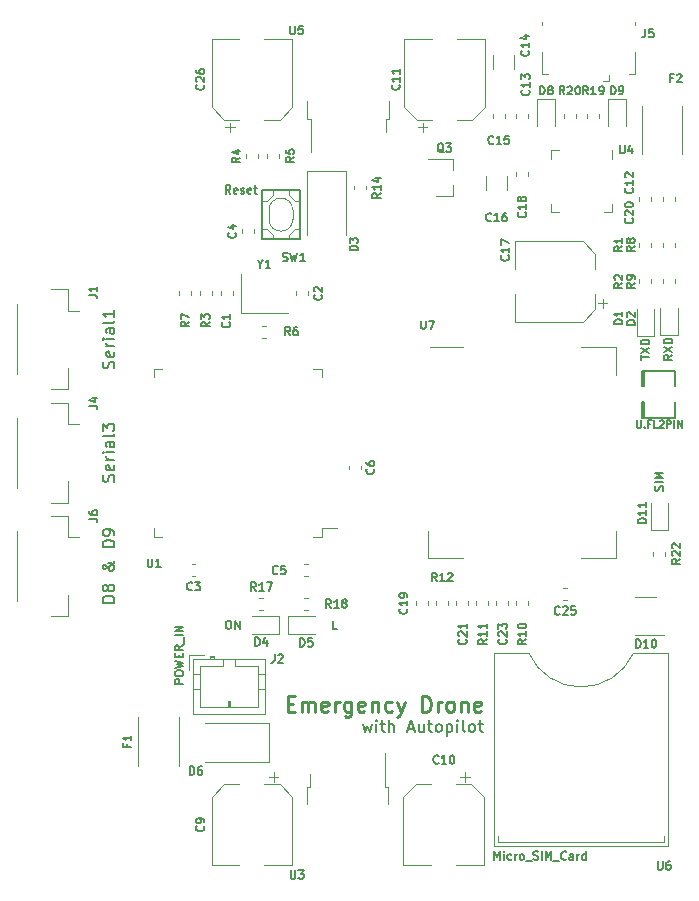
<source format=gto>
%TF.GenerationSoftware,KiCad,Pcbnew,(5.1.6)-1*%
%TF.CreationDate,2021-03-31T15:54:52+07:00*%
%TF.ProjectId,EM_Drone_SUBFLIGHT,454d5f44-726f-46e6-955f-535542464c49,rev?*%
%TF.SameCoordinates,PX7997ee0PY7f50c60*%
%TF.FileFunction,Legend,Top*%
%TF.FilePolarity,Positive*%
%FSLAX46Y46*%
G04 Gerber Fmt 4.6, Leading zero omitted, Abs format (unit mm)*
G04 Created by KiCad (PCBNEW (5.1.6)-1) date 2021-03-31 15:54:52*
%MOMM*%
%LPD*%
G01*
G04 APERTURE LIST*
%ADD10C,0.150000*%
%ADD11C,0.250000*%
%ADD12C,0.120000*%
%ADD13C,0.100000*%
%ADD14C,0.127000*%
G04 APERTURE END LIST*
D10*
X30002380Y13514286D02*
X30192857Y12847620D01*
X30383333Y13323810D01*
X30573809Y12847620D01*
X30764285Y13514286D01*
X31145238Y12847620D02*
X31145238Y13514286D01*
X31145238Y13847620D02*
X31097619Y13800000D01*
X31145238Y13752381D01*
X31192857Y13800000D01*
X31145238Y13847620D01*
X31145238Y13752381D01*
X31478571Y13514286D02*
X31859523Y13514286D01*
X31621428Y13847620D02*
X31621428Y12990477D01*
X31669047Y12895239D01*
X31764285Y12847620D01*
X31859523Y12847620D01*
X32192857Y12847620D02*
X32192857Y13847620D01*
X32621428Y12847620D02*
X32621428Y13371429D01*
X32573809Y13466667D01*
X32478571Y13514286D01*
X32335714Y13514286D01*
X32240476Y13466667D01*
X32192857Y13419048D01*
X33811904Y13133334D02*
X34288095Y13133334D01*
X33716666Y12847620D02*
X34050000Y13847620D01*
X34383333Y12847620D01*
X35145238Y13514286D02*
X35145238Y12847620D01*
X34716666Y13514286D02*
X34716666Y12990477D01*
X34764285Y12895239D01*
X34859523Y12847620D01*
X35002380Y12847620D01*
X35097619Y12895239D01*
X35145238Y12942858D01*
X35478571Y13514286D02*
X35859523Y13514286D01*
X35621428Y13847620D02*
X35621428Y12990477D01*
X35669047Y12895239D01*
X35764285Y12847620D01*
X35859523Y12847620D01*
X36335714Y12847620D02*
X36240476Y12895239D01*
X36192857Y12942858D01*
X36145238Y13038096D01*
X36145238Y13323810D01*
X36192857Y13419048D01*
X36240476Y13466667D01*
X36335714Y13514286D01*
X36478571Y13514286D01*
X36573809Y13466667D01*
X36621428Y13419048D01*
X36669047Y13323810D01*
X36669047Y13038096D01*
X36621428Y12942858D01*
X36573809Y12895239D01*
X36478571Y12847620D01*
X36335714Y12847620D01*
X37097619Y13514286D02*
X37097619Y12514286D01*
X37097619Y13466667D02*
X37192857Y13514286D01*
X37383333Y13514286D01*
X37478571Y13466667D01*
X37526190Y13419048D01*
X37573809Y13323810D01*
X37573809Y13038096D01*
X37526190Y12942858D01*
X37478571Y12895239D01*
X37383333Y12847620D01*
X37192857Y12847620D01*
X37097619Y12895239D01*
X38002380Y12847620D02*
X38002380Y13514286D01*
X38002380Y13847620D02*
X37954761Y13800000D01*
X38002380Y13752381D01*
X38050000Y13800000D01*
X38002380Y13847620D01*
X38002380Y13752381D01*
X38621428Y12847620D02*
X38526190Y12895239D01*
X38478571Y12990477D01*
X38478571Y13847620D01*
X39145238Y12847620D02*
X39050000Y12895239D01*
X39002380Y12942858D01*
X38954761Y13038096D01*
X38954761Y13323810D01*
X39002380Y13419048D01*
X39050000Y13466667D01*
X39145238Y13514286D01*
X39288095Y13514286D01*
X39383333Y13466667D01*
X39430952Y13419048D01*
X39478571Y13323810D01*
X39478571Y13038096D01*
X39430952Y12942858D01*
X39383333Y12895239D01*
X39288095Y12847620D01*
X39145238Y12847620D01*
X39764285Y13514286D02*
X40145238Y13514286D01*
X39907142Y13847620D02*
X39907142Y12990477D01*
X39954761Y12895239D01*
X40050000Y12847620D01*
X40145238Y12847620D01*
D11*
X23628571Y15242858D02*
X24061904Y15242858D01*
X24247619Y14561905D02*
X23628571Y14561905D01*
X23628571Y15861905D01*
X24247619Y15861905D01*
X24804761Y14561905D02*
X24804761Y15428572D01*
X24804761Y15304762D02*
X24866666Y15366667D01*
X24990476Y15428572D01*
X25176190Y15428572D01*
X25300000Y15366667D01*
X25361904Y15242858D01*
X25361904Y14561905D01*
X25361904Y15242858D02*
X25423809Y15366667D01*
X25547619Y15428572D01*
X25733333Y15428572D01*
X25857142Y15366667D01*
X25919047Y15242858D01*
X25919047Y14561905D01*
X27033333Y14623810D02*
X26909523Y14561905D01*
X26661904Y14561905D01*
X26538095Y14623810D01*
X26476190Y14747620D01*
X26476190Y15242858D01*
X26538095Y15366667D01*
X26661904Y15428572D01*
X26909523Y15428572D01*
X27033333Y15366667D01*
X27095238Y15242858D01*
X27095238Y15119048D01*
X26476190Y14995239D01*
X27652380Y14561905D02*
X27652380Y15428572D01*
X27652380Y15180953D02*
X27714285Y15304762D01*
X27776190Y15366667D01*
X27900000Y15428572D01*
X28023809Y15428572D01*
X29014285Y15428572D02*
X29014285Y14376191D01*
X28952380Y14252381D01*
X28890476Y14190477D01*
X28766666Y14128572D01*
X28580952Y14128572D01*
X28457142Y14190477D01*
X29014285Y14623810D02*
X28890476Y14561905D01*
X28642857Y14561905D01*
X28519047Y14623810D01*
X28457142Y14685715D01*
X28395238Y14809524D01*
X28395238Y15180953D01*
X28457142Y15304762D01*
X28519047Y15366667D01*
X28642857Y15428572D01*
X28890476Y15428572D01*
X29014285Y15366667D01*
X30128571Y14623810D02*
X30004761Y14561905D01*
X29757142Y14561905D01*
X29633333Y14623810D01*
X29571428Y14747620D01*
X29571428Y15242858D01*
X29633333Y15366667D01*
X29757142Y15428572D01*
X30004761Y15428572D01*
X30128571Y15366667D01*
X30190476Y15242858D01*
X30190476Y15119048D01*
X29571428Y14995239D01*
X30747619Y15428572D02*
X30747619Y14561905D01*
X30747619Y15304762D02*
X30809523Y15366667D01*
X30933333Y15428572D01*
X31119047Y15428572D01*
X31242857Y15366667D01*
X31304761Y15242858D01*
X31304761Y14561905D01*
X32480952Y14623810D02*
X32357142Y14561905D01*
X32109523Y14561905D01*
X31985714Y14623810D01*
X31923809Y14685715D01*
X31861904Y14809524D01*
X31861904Y15180953D01*
X31923809Y15304762D01*
X31985714Y15366667D01*
X32109523Y15428572D01*
X32357142Y15428572D01*
X32480952Y15366667D01*
X32914285Y15428572D02*
X33223809Y14561905D01*
X33533333Y15428572D02*
X33223809Y14561905D01*
X33100000Y14252381D01*
X33038095Y14190477D01*
X32914285Y14128572D01*
X35019047Y14561905D02*
X35019047Y15861905D01*
X35328571Y15861905D01*
X35514285Y15800000D01*
X35638095Y15676191D01*
X35700000Y15552381D01*
X35761904Y15304762D01*
X35761904Y15119048D01*
X35700000Y14871429D01*
X35638095Y14747620D01*
X35514285Y14623810D01*
X35328571Y14561905D01*
X35019047Y14561905D01*
X36319047Y14561905D02*
X36319047Y15428572D01*
X36319047Y15180953D02*
X36380952Y15304762D01*
X36442857Y15366667D01*
X36566666Y15428572D01*
X36690476Y15428572D01*
X37309523Y14561905D02*
X37185714Y14623810D01*
X37123809Y14685715D01*
X37061904Y14809524D01*
X37061904Y15180953D01*
X37123809Y15304762D01*
X37185714Y15366667D01*
X37309523Y15428572D01*
X37495238Y15428572D01*
X37619047Y15366667D01*
X37680952Y15304762D01*
X37742857Y15180953D01*
X37742857Y14809524D01*
X37680952Y14685715D01*
X37619047Y14623810D01*
X37495238Y14561905D01*
X37309523Y14561905D01*
X38300000Y15428572D02*
X38300000Y14561905D01*
X38300000Y15304762D02*
X38361904Y15366667D01*
X38485714Y15428572D01*
X38671428Y15428572D01*
X38795238Y15366667D01*
X38857142Y15242858D01*
X38857142Y14561905D01*
X39971428Y14623810D02*
X39847619Y14561905D01*
X39600000Y14561905D01*
X39476190Y14623810D01*
X39414285Y14747620D01*
X39414285Y15242858D01*
X39476190Y15366667D01*
X39600000Y15428572D01*
X39847619Y15428572D01*
X39971428Y15366667D01*
X40033333Y15242858D01*
X40033333Y15119048D01*
X39414285Y14995239D01*
D10*
X18783333Y58433334D02*
X18550000Y58766667D01*
X18383333Y58433334D02*
X18383333Y59133334D01*
X18650000Y59133334D01*
X18716666Y59100000D01*
X18750000Y59066667D01*
X18783333Y59000000D01*
X18783333Y58900000D01*
X18750000Y58833334D01*
X18716666Y58800000D01*
X18650000Y58766667D01*
X18383333Y58766667D01*
X19350000Y58466667D02*
X19283333Y58433334D01*
X19150000Y58433334D01*
X19083333Y58466667D01*
X19050000Y58533334D01*
X19050000Y58800000D01*
X19083333Y58866667D01*
X19150000Y58900000D01*
X19283333Y58900000D01*
X19350000Y58866667D01*
X19383333Y58800000D01*
X19383333Y58733334D01*
X19050000Y58666667D01*
X19650000Y58466667D02*
X19716666Y58433334D01*
X19850000Y58433334D01*
X19916666Y58466667D01*
X19950000Y58533334D01*
X19950000Y58566667D01*
X19916666Y58633334D01*
X19850000Y58666667D01*
X19750000Y58666667D01*
X19683333Y58700000D01*
X19650000Y58766667D01*
X19650000Y58800000D01*
X19683333Y58866667D01*
X19750000Y58900000D01*
X19850000Y58900000D01*
X19916666Y58866667D01*
X20516666Y58466667D02*
X20450000Y58433334D01*
X20316666Y58433334D01*
X20250000Y58466667D01*
X20216666Y58533334D01*
X20216666Y58800000D01*
X20250000Y58866667D01*
X20316666Y58900000D01*
X20450000Y58900000D01*
X20516666Y58866667D01*
X20550000Y58800000D01*
X20550000Y58733334D01*
X20216666Y58666667D01*
X20750000Y58900000D02*
X21016666Y58900000D01*
X20850000Y59133334D02*
X20850000Y58533334D01*
X20883333Y58466667D01*
X20950000Y58433334D01*
X21016666Y58433334D01*
X27816666Y21583334D02*
X27483333Y21583334D01*
X27483333Y22283334D01*
X18566666Y22283334D02*
X18700000Y22283334D01*
X18766666Y22250000D01*
X18833333Y22183334D01*
X18866666Y22050000D01*
X18866666Y21816667D01*
X18833333Y21683334D01*
X18766666Y21616667D01*
X18700000Y21583334D01*
X18566666Y21583334D01*
X18500000Y21616667D01*
X18433333Y21683334D01*
X18400000Y21816667D01*
X18400000Y22050000D01*
X18433333Y22183334D01*
X18500000Y22250000D01*
X18566666Y22283334D01*
X19166666Y21583334D02*
X19166666Y22283334D01*
X19566666Y21583334D01*
X19566666Y22283334D01*
X53516666Y44366667D02*
X53516666Y44766667D01*
X54216666Y44566667D02*
X53516666Y44566667D01*
X53516666Y44933334D02*
X54216666Y45400000D01*
X53516666Y45400000D02*
X54216666Y44933334D01*
X54216666Y45666667D02*
X53516666Y45666667D01*
X53516666Y45833334D01*
X53550000Y45933334D01*
X53616666Y46000000D01*
X53683333Y46033334D01*
X53816666Y46066667D01*
X53916666Y46066667D01*
X54050000Y46033334D01*
X54116666Y46000000D01*
X54183333Y45933334D01*
X54216666Y45833334D01*
X54216666Y45666667D01*
X56166666Y44783334D02*
X55833333Y44550000D01*
X56166666Y44383334D02*
X55466666Y44383334D01*
X55466666Y44650000D01*
X55500000Y44716667D01*
X55533333Y44750000D01*
X55600000Y44783334D01*
X55700000Y44783334D01*
X55766666Y44750000D01*
X55800000Y44716667D01*
X55833333Y44650000D01*
X55833333Y44383334D01*
X55466666Y45016667D02*
X56166666Y45483334D01*
X55466666Y45483334D02*
X56166666Y45016667D01*
X56166666Y45750000D02*
X55466666Y45750000D01*
X55466666Y45916667D01*
X55500000Y46016667D01*
X55566666Y46083334D01*
X55633333Y46116667D01*
X55766666Y46150000D01*
X55866666Y46150000D01*
X56000000Y46116667D01*
X56066666Y46083334D01*
X56133333Y46016667D01*
X56166666Y45916667D01*
X56166666Y45750000D01*
X55383333Y33283334D02*
X55416666Y33383334D01*
X55416666Y33550000D01*
X55383333Y33616667D01*
X55350000Y33650000D01*
X55283333Y33683334D01*
X55216666Y33683334D01*
X55150000Y33650000D01*
X55116666Y33616667D01*
X55083333Y33550000D01*
X55050000Y33416667D01*
X55016666Y33350000D01*
X54983333Y33316667D01*
X54916666Y33283334D01*
X54850000Y33283334D01*
X54783333Y33316667D01*
X54750000Y33350000D01*
X54716666Y33416667D01*
X54716666Y33583334D01*
X54750000Y33683334D01*
X55416666Y33983334D02*
X54716666Y33983334D01*
X55416666Y34316667D02*
X54716666Y34316667D01*
X55216666Y34550000D01*
X54716666Y34783334D01*
X55416666Y34783334D01*
X41133333Y2033334D02*
X41133333Y2733334D01*
X41366666Y2233334D01*
X41600000Y2733334D01*
X41600000Y2033334D01*
X41933333Y2033334D02*
X41933333Y2500000D01*
X41933333Y2733334D02*
X41900000Y2700000D01*
X41933333Y2666667D01*
X41966666Y2700000D01*
X41933333Y2733334D01*
X41933333Y2666667D01*
X42566666Y2066667D02*
X42500000Y2033334D01*
X42366666Y2033334D01*
X42300000Y2066667D01*
X42266666Y2100000D01*
X42233333Y2166667D01*
X42233333Y2366667D01*
X42266666Y2433334D01*
X42300000Y2466667D01*
X42366666Y2500000D01*
X42500000Y2500000D01*
X42566666Y2466667D01*
X42866666Y2033334D02*
X42866666Y2500000D01*
X42866666Y2366667D02*
X42900000Y2433334D01*
X42933333Y2466667D01*
X43000000Y2500000D01*
X43066666Y2500000D01*
X43400000Y2033334D02*
X43333333Y2066667D01*
X43300000Y2100000D01*
X43266666Y2166667D01*
X43266666Y2366667D01*
X43300000Y2433334D01*
X43333333Y2466667D01*
X43400000Y2500000D01*
X43500000Y2500000D01*
X43566666Y2466667D01*
X43600000Y2433334D01*
X43633333Y2366667D01*
X43633333Y2166667D01*
X43600000Y2100000D01*
X43566666Y2066667D01*
X43500000Y2033334D01*
X43400000Y2033334D01*
X43766666Y1966667D02*
X44300000Y1966667D01*
X44433333Y2066667D02*
X44533333Y2033334D01*
X44700000Y2033334D01*
X44766666Y2066667D01*
X44800000Y2100000D01*
X44833333Y2166667D01*
X44833333Y2233334D01*
X44800000Y2300000D01*
X44766666Y2333334D01*
X44700000Y2366667D01*
X44566666Y2400000D01*
X44500000Y2433334D01*
X44466666Y2466667D01*
X44433333Y2533334D01*
X44433333Y2600000D01*
X44466666Y2666667D01*
X44500000Y2700000D01*
X44566666Y2733334D01*
X44733333Y2733334D01*
X44833333Y2700000D01*
X45133333Y2033334D02*
X45133333Y2733334D01*
X45466666Y2033334D02*
X45466666Y2733334D01*
X45700000Y2233334D01*
X45933333Y2733334D01*
X45933333Y2033334D01*
X46100000Y1966667D02*
X46633333Y1966667D01*
X47200000Y2100000D02*
X47166666Y2066667D01*
X47066666Y2033334D01*
X47000000Y2033334D01*
X46900000Y2066667D01*
X46833333Y2133334D01*
X46800000Y2200000D01*
X46766666Y2333334D01*
X46766666Y2433334D01*
X46800000Y2566667D01*
X46833333Y2633334D01*
X46900000Y2700000D01*
X47000000Y2733334D01*
X47066666Y2733334D01*
X47166666Y2700000D01*
X47200000Y2666667D01*
X47800000Y2033334D02*
X47800000Y2400000D01*
X47766666Y2466667D01*
X47700000Y2500000D01*
X47566666Y2500000D01*
X47500000Y2466667D01*
X47800000Y2066667D02*
X47733333Y2033334D01*
X47566666Y2033334D01*
X47500000Y2066667D01*
X47466666Y2133334D01*
X47466666Y2200000D01*
X47500000Y2266667D01*
X47566666Y2300000D01*
X47733333Y2300000D01*
X47800000Y2333334D01*
X48133333Y2033334D02*
X48133333Y2500000D01*
X48133333Y2366667D02*
X48166666Y2433334D01*
X48200000Y2466667D01*
X48266666Y2500000D01*
X48333333Y2500000D01*
X48866666Y2033334D02*
X48866666Y2733334D01*
X48866666Y2066667D02*
X48800000Y2033334D01*
X48666666Y2033334D01*
X48600000Y2066667D01*
X48566666Y2100000D01*
X48533333Y2166667D01*
X48533333Y2366667D01*
X48566666Y2433334D01*
X48600000Y2466667D01*
X48666666Y2500000D01*
X48800000Y2500000D01*
X48866666Y2466667D01*
X14766666Y16933334D02*
X14066666Y16933334D01*
X14066666Y17200000D01*
X14100000Y17266667D01*
X14133333Y17300000D01*
X14200000Y17333334D01*
X14300000Y17333334D01*
X14366666Y17300000D01*
X14400000Y17266667D01*
X14433333Y17200000D01*
X14433333Y16933334D01*
X14066666Y17766667D02*
X14066666Y17900000D01*
X14100000Y17966667D01*
X14166666Y18033334D01*
X14300000Y18066667D01*
X14533333Y18066667D01*
X14666666Y18033334D01*
X14733333Y17966667D01*
X14766666Y17900000D01*
X14766666Y17766667D01*
X14733333Y17700000D01*
X14666666Y17633334D01*
X14533333Y17600000D01*
X14300000Y17600000D01*
X14166666Y17633334D01*
X14100000Y17700000D01*
X14066666Y17766667D01*
X14066666Y18300000D02*
X14766666Y18466667D01*
X14266666Y18600000D01*
X14766666Y18733334D01*
X14066666Y18900000D01*
X14400000Y19166667D02*
X14400000Y19400000D01*
X14766666Y19500000D02*
X14766666Y19166667D01*
X14066666Y19166667D01*
X14066666Y19500000D01*
X14766666Y20200000D02*
X14433333Y19966667D01*
X14766666Y19800000D02*
X14066666Y19800000D01*
X14066666Y20066667D01*
X14100000Y20133334D01*
X14133333Y20166667D01*
X14200000Y20200000D01*
X14300000Y20200000D01*
X14366666Y20166667D01*
X14400000Y20133334D01*
X14433333Y20066667D01*
X14433333Y19800000D01*
X14833333Y20333334D02*
X14833333Y20866667D01*
X14766666Y21033334D02*
X14066666Y21033334D01*
X14766666Y21366667D02*
X14066666Y21366667D01*
X14766666Y21766667D01*
X14066666Y21766667D01*
X8952380Y23804762D02*
X7952380Y23804762D01*
X7952380Y24042858D01*
X8000000Y24185715D01*
X8095238Y24280953D01*
X8190476Y24328572D01*
X8380952Y24376191D01*
X8523809Y24376191D01*
X8714285Y24328572D01*
X8809523Y24280953D01*
X8904761Y24185715D01*
X8952380Y24042858D01*
X8952380Y23804762D01*
X8380952Y24947620D02*
X8333333Y24852381D01*
X8285714Y24804762D01*
X8190476Y24757143D01*
X8142857Y24757143D01*
X8047619Y24804762D01*
X8000000Y24852381D01*
X7952380Y24947620D01*
X7952380Y25138096D01*
X8000000Y25233334D01*
X8047619Y25280953D01*
X8142857Y25328572D01*
X8190476Y25328572D01*
X8285714Y25280953D01*
X8333333Y25233334D01*
X8380952Y25138096D01*
X8380952Y24947620D01*
X8428571Y24852381D01*
X8476190Y24804762D01*
X8571428Y24757143D01*
X8761904Y24757143D01*
X8857142Y24804762D01*
X8904761Y24852381D01*
X8952380Y24947620D01*
X8952380Y25138096D01*
X8904761Y25233334D01*
X8857142Y25280953D01*
X8761904Y25328572D01*
X8571428Y25328572D01*
X8476190Y25280953D01*
X8428571Y25233334D01*
X8380952Y25138096D01*
X8952380Y27328572D02*
X8952380Y27280953D01*
X8904761Y27185715D01*
X8761904Y27042858D01*
X8476190Y26804762D01*
X8333333Y26709524D01*
X8190476Y26661905D01*
X8095238Y26661905D01*
X8000000Y26709524D01*
X7952380Y26804762D01*
X7952380Y26852381D01*
X8000000Y26947620D01*
X8095238Y26995239D01*
X8142857Y26995239D01*
X8238095Y26947620D01*
X8285714Y26900000D01*
X8476190Y26614286D01*
X8523809Y26566667D01*
X8619047Y26519048D01*
X8761904Y26519048D01*
X8857142Y26566667D01*
X8904761Y26614286D01*
X8952380Y26709524D01*
X8952380Y26852381D01*
X8904761Y26947620D01*
X8857142Y26995239D01*
X8666666Y27138096D01*
X8523809Y27185715D01*
X8428571Y27185715D01*
X8952380Y28519048D02*
X7952380Y28519048D01*
X7952380Y28757143D01*
X8000000Y28900000D01*
X8095238Y28995239D01*
X8190476Y29042858D01*
X8380952Y29090477D01*
X8523809Y29090477D01*
X8714285Y29042858D01*
X8809523Y28995239D01*
X8904761Y28900000D01*
X8952380Y28757143D01*
X8952380Y28519048D01*
X8952380Y29566667D02*
X8952380Y29757143D01*
X8904761Y29852381D01*
X8857142Y29900000D01*
X8714285Y29995239D01*
X8523809Y30042858D01*
X8142857Y30042858D01*
X8047619Y29995239D01*
X8000000Y29947620D01*
X7952380Y29852381D01*
X7952380Y29661905D01*
X8000000Y29566667D01*
X8047619Y29519048D01*
X8142857Y29471429D01*
X8380952Y29471429D01*
X8476190Y29519048D01*
X8523809Y29566667D01*
X8571428Y29661905D01*
X8571428Y29852381D01*
X8523809Y29947620D01*
X8476190Y29995239D01*
X8380952Y30042858D01*
X8904761Y34047620D02*
X8952380Y34190477D01*
X8952380Y34428572D01*
X8904761Y34523810D01*
X8857142Y34571429D01*
X8761904Y34619048D01*
X8666666Y34619048D01*
X8571428Y34571429D01*
X8523809Y34523810D01*
X8476190Y34428572D01*
X8428571Y34238096D01*
X8380952Y34142858D01*
X8333333Y34095239D01*
X8238095Y34047620D01*
X8142857Y34047620D01*
X8047619Y34095239D01*
X8000000Y34142858D01*
X7952380Y34238096D01*
X7952380Y34476191D01*
X8000000Y34619048D01*
X8904761Y35428572D02*
X8952380Y35333334D01*
X8952380Y35142858D01*
X8904761Y35047620D01*
X8809523Y35000000D01*
X8428571Y35000000D01*
X8333333Y35047620D01*
X8285714Y35142858D01*
X8285714Y35333334D01*
X8333333Y35428572D01*
X8428571Y35476191D01*
X8523809Y35476191D01*
X8619047Y35000000D01*
X8952380Y35904762D02*
X8285714Y35904762D01*
X8476190Y35904762D02*
X8380952Y35952381D01*
X8333333Y36000000D01*
X8285714Y36095239D01*
X8285714Y36190477D01*
X8952380Y36523810D02*
X8285714Y36523810D01*
X7952380Y36523810D02*
X8000000Y36476191D01*
X8047619Y36523810D01*
X8000000Y36571429D01*
X7952380Y36523810D01*
X8047619Y36523810D01*
X8952380Y37428572D02*
X8428571Y37428572D01*
X8333333Y37380953D01*
X8285714Y37285715D01*
X8285714Y37095239D01*
X8333333Y37000000D01*
X8904761Y37428572D02*
X8952380Y37333334D01*
X8952380Y37095239D01*
X8904761Y37000000D01*
X8809523Y36952381D01*
X8714285Y36952381D01*
X8619047Y37000000D01*
X8571428Y37095239D01*
X8571428Y37333334D01*
X8523809Y37428572D01*
X8952380Y38047620D02*
X8904761Y37952381D01*
X8809523Y37904762D01*
X7952380Y37904762D01*
X7952380Y38333334D02*
X7952380Y38952381D01*
X8333333Y38619048D01*
X8333333Y38761905D01*
X8380952Y38857143D01*
X8428571Y38904762D01*
X8523809Y38952381D01*
X8761904Y38952381D01*
X8857142Y38904762D01*
X8904761Y38857143D01*
X8952380Y38761905D01*
X8952380Y38476191D01*
X8904761Y38380953D01*
X8857142Y38333334D01*
X8904761Y43647620D02*
X8952380Y43790477D01*
X8952380Y44028572D01*
X8904761Y44123810D01*
X8857142Y44171429D01*
X8761904Y44219048D01*
X8666666Y44219048D01*
X8571428Y44171429D01*
X8523809Y44123810D01*
X8476190Y44028572D01*
X8428571Y43838096D01*
X8380952Y43742858D01*
X8333333Y43695239D01*
X8238095Y43647620D01*
X8142857Y43647620D01*
X8047619Y43695239D01*
X8000000Y43742858D01*
X7952380Y43838096D01*
X7952380Y44076191D01*
X8000000Y44219048D01*
X8904761Y45028572D02*
X8952380Y44933334D01*
X8952380Y44742858D01*
X8904761Y44647620D01*
X8809523Y44600000D01*
X8428571Y44600000D01*
X8333333Y44647620D01*
X8285714Y44742858D01*
X8285714Y44933334D01*
X8333333Y45028572D01*
X8428571Y45076191D01*
X8523809Y45076191D01*
X8619047Y44600000D01*
X8952380Y45504762D02*
X8285714Y45504762D01*
X8476190Y45504762D02*
X8380952Y45552381D01*
X8333333Y45600000D01*
X8285714Y45695239D01*
X8285714Y45790477D01*
X8952380Y46123810D02*
X8285714Y46123810D01*
X7952380Y46123810D02*
X8000000Y46076191D01*
X8047619Y46123810D01*
X8000000Y46171429D01*
X7952380Y46123810D01*
X8047619Y46123810D01*
X8952380Y47028572D02*
X8428571Y47028572D01*
X8333333Y46980953D01*
X8285714Y46885715D01*
X8285714Y46695239D01*
X8333333Y46600000D01*
X8904761Y47028572D02*
X8952380Y46933334D01*
X8952380Y46695239D01*
X8904761Y46600000D01*
X8809523Y46552381D01*
X8714285Y46552381D01*
X8619047Y46600000D01*
X8571428Y46695239D01*
X8571428Y46933334D01*
X8523809Y47028572D01*
X8952380Y47647620D02*
X8904761Y47552381D01*
X8809523Y47504762D01*
X7952380Y47504762D01*
X8952380Y48552381D02*
X8952380Y47980953D01*
X8952380Y48266667D02*
X7952380Y48266667D01*
X8095238Y48171429D01*
X8190476Y48076191D01*
X8238095Y47980953D01*
D12*
%TO.C,U7*%
X35540000Y27590000D02*
X38500000Y27590000D01*
X51460000Y27590000D02*
X51460000Y29900000D01*
X51460000Y27590000D02*
X48500000Y27590000D01*
X35540000Y27590000D02*
X35540000Y29900000D01*
X51460000Y45410000D02*
X48500000Y45410000D01*
X51460000Y45410000D02*
X51460000Y43100000D01*
X35650000Y45410000D02*
X38500000Y45410000D01*
%TO.C,U5*%
X25300000Y66280000D02*
X25300000Y64780000D01*
X25300000Y64780000D02*
X25570000Y64780000D01*
X25570000Y64780000D02*
X25570000Y61950000D01*
X32200000Y66280000D02*
X32200000Y64780000D01*
X32200000Y64780000D02*
X31930000Y64780000D01*
X31930000Y64780000D02*
X31930000Y63680000D01*
%TO.C,U3*%
X32150000Y6720000D02*
X32150000Y8220000D01*
X32150000Y8220000D02*
X31880000Y8220000D01*
X31880000Y8220000D02*
X31880000Y11050000D01*
X25250000Y6720000D02*
X25250000Y8220000D01*
X25250000Y8220000D02*
X25520000Y8220000D01*
X25520000Y8220000D02*
X25520000Y9320000D01*
%TO.C,J6*%
X3560000Y31135000D02*
X5010000Y31135000D01*
X5010000Y31135000D02*
X5010000Y29335000D01*
X5010000Y29335000D02*
X6000000Y29335000D01*
X3560000Y22665000D02*
X5010000Y22665000D01*
X5010000Y22665000D02*
X5010000Y24465000D01*
X740000Y29865000D02*
X740000Y23935000D01*
%TO.C,J4*%
X3560000Y40735000D02*
X5010000Y40735000D01*
X5010000Y40735000D02*
X5010000Y38935000D01*
X5010000Y38935000D02*
X6000000Y38935000D01*
X3560000Y32265000D02*
X5010000Y32265000D01*
X5010000Y32265000D02*
X5010000Y34065000D01*
X740000Y39465000D02*
X740000Y33535000D01*
%TO.C,J1*%
X3560000Y50335000D02*
X5010000Y50335000D01*
X5010000Y50335000D02*
X5010000Y48535000D01*
X5010000Y48535000D02*
X6000000Y48535000D01*
X3560000Y41865000D02*
X5010000Y41865000D01*
X5010000Y41865000D02*
X5010000Y43665000D01*
X740000Y49065000D02*
X740000Y43135000D01*
%TO.C,U6*%
X55495000Y3510000D02*
X55495000Y4010000D01*
X41445000Y3510000D02*
X41445000Y4010000D01*
X55495000Y3510000D02*
X41445000Y3510000D01*
X41120000Y19510000D02*
X44050000Y19510000D01*
X55820000Y19510000D02*
X52890000Y19510000D01*
X41120000Y3160000D02*
X41120000Y19510000D01*
X55820000Y3160000D02*
X41120000Y3160000D01*
X55820000Y19510000D02*
X55820000Y3160000D01*
X52889998Y19510000D02*
G75*
G02*
X44050001Y19510001I-4419998J2000000D01*
G01*
%TO.C,Y1*%
X19650000Y48350000D02*
X23650000Y48350000D01*
X19650000Y51650000D02*
X19650000Y48350000D01*
%TO.C,U4*%
X51110000Y61365000D02*
X51110000Y62090000D01*
X45890000Y56870000D02*
X46615000Y56870000D01*
X45890000Y57595000D02*
X45890000Y56870000D01*
X45890000Y62090000D02*
X46615000Y62090000D01*
X45890000Y61365000D02*
X45890000Y62090000D01*
X51110000Y56870000D02*
X50385000Y56870000D01*
X51110000Y57595000D02*
X51110000Y56870000D01*
%TO.C,U1*%
X26510000Y30090000D02*
X27800000Y30090000D01*
X26510000Y29390000D02*
X26510000Y30090000D01*
X25810000Y29390000D02*
X26510000Y29390000D01*
X12290000Y29390000D02*
X12290000Y30090000D01*
X12990000Y29390000D02*
X12290000Y29390000D01*
X26510000Y43610000D02*
X26510000Y42910000D01*
X25810000Y43610000D02*
X26510000Y43610000D01*
X12290000Y43610000D02*
X12290000Y42910000D01*
X12990000Y43610000D02*
X12290000Y43610000D01*
D13*
%TO.C,SW1*%
X24050000Y56250000D02*
X24050000Y57050000D01*
X22050000Y56250000D02*
X22050000Y57050000D01*
X23750000Y58350000D02*
X24250000Y57850000D01*
X24250000Y57850000D02*
X24650000Y57850000D01*
X23750000Y58750000D02*
X23750000Y58350000D01*
X24650000Y55450000D02*
X24250000Y55450000D01*
X23750000Y54950000D02*
X23750000Y54550000D01*
X24250000Y55450000D02*
X23750000Y54950000D01*
X22350000Y58350000D02*
X22350000Y58750000D01*
X21850000Y57850000D02*
X22350000Y58350000D01*
X21450000Y57850000D02*
X21850000Y57850000D01*
X21850000Y55450000D02*
X21450000Y55450000D01*
X22350000Y54950000D02*
X21850000Y55450000D01*
X22350000Y54550000D02*
X22350000Y54950000D01*
D10*
X24650000Y58750000D02*
X24650000Y54550000D01*
X21450000Y58750000D02*
X24650000Y58750000D01*
X21450000Y54550000D02*
X21450000Y58750000D01*
X24650000Y54550000D02*
X21450000Y54550000D01*
D13*
X24050000Y56250000D02*
G75*
G02*
X22050000Y56250000I-1000000J0D01*
G01*
X22050000Y57050000D02*
G75*
G02*
X24050000Y57050000I1000000J0D01*
G01*
D12*
%TO.C,R22*%
X54590000Y28112779D02*
X54590000Y27787221D01*
X55610000Y28112779D02*
X55610000Y27787221D01*
%TO.C,R20*%
X46990000Y65162779D02*
X46990000Y64837221D01*
X48010000Y65162779D02*
X48010000Y64837221D01*
%TO.C,R19*%
X48990000Y65162779D02*
X48990000Y64837221D01*
X50010000Y65162779D02*
X50010000Y64837221D01*
%TO.C,R18*%
X25312779Y24210000D02*
X24987221Y24210000D01*
X25312779Y23190000D02*
X24987221Y23190000D01*
%TO.C,R17*%
X21237221Y23190000D02*
X21562779Y23190000D01*
X21237221Y24210000D02*
X21562779Y24210000D01*
%TO.C,R14*%
X29240000Y59112779D02*
X29240000Y58787221D01*
X30260000Y59112779D02*
X30260000Y58787221D01*
%TO.C,R12*%
X37210000Y23587221D02*
X37210000Y23912779D01*
X36190000Y23587221D02*
X36190000Y23912779D01*
%TO.C,R11*%
X40610000Y23587221D02*
X40610000Y23912779D01*
X39590000Y23587221D02*
X39590000Y23912779D01*
%TO.C,R10*%
X44010000Y23587221D02*
X44010000Y23912779D01*
X42990000Y23587221D02*
X42990000Y23912779D01*
%TO.C,R9*%
X56410000Y50849721D02*
X56410000Y51175279D01*
X55390000Y50849721D02*
X55390000Y51175279D01*
%TO.C,R8*%
X56410000Y53949721D02*
X56410000Y54275279D01*
X55390000Y53949721D02*
X55390000Y54275279D01*
%TO.C,R7*%
X14440000Y50162779D02*
X14440000Y49837221D01*
X15460000Y50162779D02*
X15460000Y49837221D01*
%TO.C,R6*%
X21487221Y46190000D02*
X21812779Y46190000D01*
X21487221Y47210000D02*
X21812779Y47210000D01*
%TO.C,R5*%
X22910000Y61487221D02*
X22910000Y61812779D01*
X21890000Y61487221D02*
X21890000Y61812779D01*
%TO.C,R4*%
X20090000Y61812779D02*
X20090000Y61487221D01*
X21110000Y61812779D02*
X21110000Y61487221D01*
%TO.C,R3*%
X16190000Y50162779D02*
X16190000Y49837221D01*
X17210000Y50162779D02*
X17210000Y49837221D01*
%TO.C,R2*%
X54410000Y50837221D02*
X54410000Y51162779D01*
X53390000Y50837221D02*
X53390000Y51162779D01*
%TO.C,R1*%
X54410000Y53937221D02*
X54410000Y54262779D01*
X53390000Y53937221D02*
X53390000Y54262779D01*
%TO.C,Q3*%
X37660000Y58220000D02*
X36200000Y58220000D01*
X37660000Y61380000D02*
X35500000Y61380000D01*
X37660000Y61380000D02*
X37660000Y60450000D01*
X37660000Y58220000D02*
X37660000Y59150000D01*
%TO.C,J5*%
X50800000Y67987500D02*
X50800000Y68437500D01*
X50800000Y67987500D02*
X50350000Y67987500D01*
X45200000Y68537500D02*
X45650000Y68537500D01*
X45200000Y70387500D02*
X45200000Y68537500D01*
X53000000Y72937500D02*
X53000000Y72687500D01*
X45200000Y72937500D02*
X45200000Y72687500D01*
X53000000Y70387500D02*
X53000000Y68537500D01*
X53000000Y68537500D02*
X52550000Y68537500D01*
D14*
%TO.C,J3*%
X53600400Y43448980D02*
X53801060Y43448980D01*
X53600400Y42148500D02*
X53801060Y42148500D01*
X53600400Y40751500D02*
X53801060Y40751500D01*
X53600400Y39451020D02*
X53801060Y39451020D01*
X53600400Y43448980D02*
X53600400Y42148500D01*
X53600400Y40751500D02*
X53600400Y39451020D01*
X53699460Y43448980D02*
X53699460Y42148500D01*
X53699460Y40751500D02*
X53699460Y39451020D01*
X56396940Y43448980D02*
X56396940Y42148500D01*
X56396940Y40751500D02*
X56396940Y39451020D01*
X53801060Y43448980D02*
X53801060Y42148500D01*
X56396940Y43448980D02*
X53801060Y43448980D01*
X53801060Y39451020D02*
X56396940Y39451020D01*
X53801060Y40751500D02*
X53801060Y39451020D01*
D12*
%TO.C,J2*%
X15290000Y19360000D02*
X15290000Y18110000D01*
X16540000Y19360000D02*
X15290000Y19360000D01*
X18650000Y14950000D02*
X18650000Y15450000D01*
X18750000Y15450000D02*
X18750000Y14950000D01*
X18550000Y15450000D02*
X18750000Y15450000D01*
X18550000Y14950000D02*
X18550000Y15450000D01*
X21710000Y16450000D02*
X21100000Y16450000D01*
X21710000Y17750000D02*
X21100000Y17750000D01*
X15590000Y16450000D02*
X16200000Y16450000D01*
X15590000Y17750000D02*
X16200000Y17750000D01*
X19150000Y18450000D02*
X19150000Y19060000D01*
X21100000Y18450000D02*
X19150000Y18450000D01*
X21100000Y14950000D02*
X21100000Y18450000D01*
X16200000Y14950000D02*
X21100000Y14950000D01*
X16200000Y18450000D02*
X16200000Y14950000D01*
X18150000Y18450000D02*
X16200000Y18450000D01*
X18150000Y19060000D02*
X18150000Y18450000D01*
X17350000Y19160000D02*
X17050000Y19160000D01*
X17050000Y19260000D02*
X17050000Y19060000D01*
X17350000Y19260000D02*
X17050000Y19260000D01*
X17350000Y19060000D02*
X17350000Y19260000D01*
X21710000Y19060000D02*
X15590000Y19060000D01*
X21710000Y14340000D02*
X21710000Y19060000D01*
X15590000Y14340000D02*
X21710000Y14340000D01*
X15590000Y19060000D02*
X15590000Y14340000D01*
%TO.C,F2*%
X57010000Y61747936D02*
X57010000Y65852064D01*
X53590000Y61747936D02*
X53590000Y65852064D01*
%TO.C,F1*%
X14410000Y9997936D02*
X14410000Y14102064D01*
X10990000Y9997936D02*
X10990000Y14102064D01*
%TO.C,D11*%
X55835000Y29915000D02*
X55835000Y32200000D01*
X54365000Y29915000D02*
X55835000Y29915000D01*
X54365000Y32200000D02*
X54365000Y29915000D01*
%TO.C,D10*%
X53050000Y21040000D02*
X55500000Y21040000D01*
X54850000Y24260000D02*
X53050000Y24260000D01*
%TO.C,D9*%
X50765000Y66485000D02*
X50765000Y64200000D01*
X52235000Y66485000D02*
X50765000Y66485000D01*
X52235000Y64200000D02*
X52235000Y66485000D01*
%TO.C,D8*%
X44765000Y66485000D02*
X44765000Y64200000D01*
X46235000Y66485000D02*
X44765000Y66485000D01*
X46235000Y64200000D02*
X46235000Y66485000D01*
%TO.C,D6*%
X22050000Y10300000D02*
X16650000Y10300000D01*
X22050000Y13600000D02*
X16650000Y13600000D01*
X22050000Y10300000D02*
X22050000Y13600000D01*
%TO.C,D5*%
X23665000Y21165000D02*
X25950000Y21165000D01*
X23665000Y22635000D02*
X23665000Y21165000D01*
X25950000Y22635000D02*
X23665000Y22635000D01*
%TO.C,D4*%
X22885000Y22635000D02*
X20600000Y22635000D01*
X22885000Y21165000D02*
X22885000Y22635000D01*
X20600000Y21165000D02*
X22885000Y21165000D01*
%TO.C,D3*%
X28600000Y60350000D02*
X28600000Y54950000D01*
X25300000Y60350000D02*
X25300000Y54950000D01*
X28600000Y60350000D02*
X25300000Y60350000D01*
%TO.C,D2*%
X56635000Y46427500D02*
X56635000Y48712500D01*
X55165000Y46427500D02*
X56635000Y46427500D01*
X55165000Y48712500D02*
X55165000Y46427500D01*
%TO.C,D1*%
X54635000Y46415000D02*
X54635000Y48700000D01*
X53165000Y46415000D02*
X54635000Y46415000D01*
X53165000Y48700000D02*
X53165000Y46415000D01*
%TO.C,C26*%
X18358750Y64056250D02*
X19146250Y64056250D01*
X18752500Y63662500D02*
X18752500Y64450000D01*
X22945563Y64690000D02*
X24010000Y65754437D01*
X18254437Y64690000D02*
X17190000Y65754437D01*
X18254437Y64690000D02*
X19540000Y64690000D01*
X22945563Y64690000D02*
X21660000Y64690000D01*
X24010000Y65754437D02*
X24010000Y71510000D01*
X17190000Y65754437D02*
X17190000Y71510000D01*
X17190000Y71510000D02*
X19540000Y71510000D01*
X24010000Y71510000D02*
X21660000Y71510000D01*
%TO.C,C25*%
X46949721Y23990000D02*
X47275279Y23990000D01*
X46949721Y25010000D02*
X47275279Y25010000D01*
%TO.C,C23*%
X41290000Y23912779D02*
X41290000Y23587221D01*
X42310000Y23912779D02*
X42310000Y23587221D01*
%TO.C,C21*%
X37890000Y23912779D02*
X37890000Y23587221D01*
X38910000Y23912779D02*
X38910000Y23587221D01*
%TO.C,C20*%
X55390000Y58162779D02*
X55390000Y57837221D01*
X56410000Y58162779D02*
X56410000Y57837221D01*
%TO.C,C19*%
X34490000Y23912779D02*
X34490000Y23587221D01*
X35510000Y23912779D02*
X35510000Y23587221D01*
%TO.C,C18*%
X42990000Y60275279D02*
X42990000Y59949721D01*
X44010000Y60275279D02*
X44010000Y59949721D01*
%TO.C,C17*%
X50293750Y48758750D02*
X50293750Y49546250D01*
X50687500Y49152500D02*
X49900000Y49152500D01*
X49660000Y53345563D02*
X48595563Y54410000D01*
X49660000Y48654437D02*
X48595563Y47590000D01*
X49660000Y48654437D02*
X49660000Y49940000D01*
X49660000Y53345563D02*
X49660000Y52060000D01*
X48595563Y54410000D02*
X42840000Y54410000D01*
X48595563Y47590000D02*
X42840000Y47590000D01*
X42840000Y47590000D02*
X42840000Y49940000D01*
X42840000Y54410000D02*
X42840000Y52060000D01*
%TO.C,C16*%
X40390000Y59902064D02*
X40390000Y58697936D01*
X42210000Y59902064D02*
X42210000Y58697936D01*
%TO.C,C15*%
X42010000Y64837221D02*
X42010000Y65162779D01*
X40990000Y64837221D02*
X40990000Y65162779D01*
%TO.C,C14*%
X42810000Y68997936D02*
X42810000Y70202064D01*
X40990000Y68997936D02*
X40990000Y70202064D01*
%TO.C,C13*%
X44010000Y64837221D02*
X44010000Y65162779D01*
X42990000Y64837221D02*
X42990000Y65162779D01*
%TO.C,C12*%
X53390000Y58162779D02*
X53390000Y57837221D01*
X54410000Y58162779D02*
X54410000Y57837221D01*
%TO.C,C11*%
X34658750Y64056250D02*
X35446250Y64056250D01*
X35052500Y63662500D02*
X35052500Y64450000D01*
X39245563Y64690000D02*
X40310000Y65754437D01*
X34554437Y64690000D02*
X33490000Y65754437D01*
X34554437Y64690000D02*
X35840000Y64690000D01*
X39245563Y64690000D02*
X37960000Y64690000D01*
X40310000Y65754437D02*
X40310000Y71510000D01*
X33490000Y65754437D02*
X33490000Y71510000D01*
X33490000Y71510000D02*
X35840000Y71510000D01*
X40310000Y71510000D02*
X37960000Y71510000D01*
%TO.C,C10*%
X39041250Y9043750D02*
X38253750Y9043750D01*
X38647500Y9437500D02*
X38647500Y8650000D01*
X34454437Y8410000D02*
X33390000Y7345563D01*
X39145563Y8410000D02*
X40210000Y7345563D01*
X39145563Y8410000D02*
X37860000Y8410000D01*
X34454437Y8410000D02*
X35740000Y8410000D01*
X33390000Y7345563D02*
X33390000Y1590000D01*
X40210000Y7345563D02*
X40210000Y1590000D01*
X40210000Y1590000D02*
X37860000Y1590000D01*
X33390000Y1590000D02*
X35740000Y1590000D01*
%TO.C,C9*%
X22841250Y9043750D02*
X22053750Y9043750D01*
X22447500Y9437500D02*
X22447500Y8650000D01*
X18254437Y8410000D02*
X17190000Y7345563D01*
X22945563Y8410000D02*
X24010000Y7345563D01*
X22945563Y8410000D02*
X21660000Y8410000D01*
X18254437Y8410000D02*
X19540000Y8410000D01*
X17190000Y7345563D02*
X17190000Y1590000D01*
X24010000Y7345563D02*
X24010000Y1590000D01*
X24010000Y1590000D02*
X21660000Y1590000D01*
X17190000Y1590000D02*
X19540000Y1590000D01*
%TO.C,C6*%
X29860000Y35087221D02*
X29860000Y35412779D01*
X28840000Y35087221D02*
X28840000Y35412779D01*
%TO.C,C5*%
X25312779Y27060000D02*
X24987221Y27060000D01*
X25312779Y26040000D02*
X24987221Y26040000D01*
%TO.C,C4*%
X19790000Y55412779D02*
X19790000Y55087221D01*
X20810000Y55412779D02*
X20810000Y55087221D01*
%TO.C,C3*%
X15487221Y26040000D02*
X15812779Y26040000D01*
X15487221Y27060000D02*
X15812779Y27060000D01*
%TO.C,C2*%
X24290000Y50162779D02*
X24290000Y49837221D01*
X25310000Y50162779D02*
X25310000Y49837221D01*
%TO.C,C1*%
X18960000Y49837221D02*
X18960000Y50162779D01*
X17940000Y49837221D02*
X17940000Y50162779D01*
%TO.C,U7*%
D10*
X34916666Y47683334D02*
X34916666Y47116667D01*
X34950000Y47050000D01*
X34983333Y47016667D01*
X35050000Y46983334D01*
X35183333Y46983334D01*
X35250000Y47016667D01*
X35283333Y47050000D01*
X35316666Y47116667D01*
X35316666Y47683334D01*
X35583333Y47683334D02*
X36050000Y47683334D01*
X35750000Y46983334D01*
%TO.C,U5*%
X23816666Y72633334D02*
X23816666Y72066667D01*
X23850000Y72000000D01*
X23883333Y71966667D01*
X23950000Y71933334D01*
X24083333Y71933334D01*
X24150000Y71966667D01*
X24183333Y72000000D01*
X24216666Y72066667D01*
X24216666Y72633334D01*
X24883333Y72633334D02*
X24550000Y72633334D01*
X24516666Y72300000D01*
X24550000Y72333334D01*
X24616666Y72366667D01*
X24783333Y72366667D01*
X24850000Y72333334D01*
X24883333Y72300000D01*
X24916666Y72233334D01*
X24916666Y72066667D01*
X24883333Y72000000D01*
X24850000Y71966667D01*
X24783333Y71933334D01*
X24616666Y71933334D01*
X24550000Y71966667D01*
X24516666Y72000000D01*
%TO.C,U3*%
X23866666Y1133334D02*
X23866666Y566667D01*
X23900000Y500000D01*
X23933333Y466667D01*
X24000000Y433334D01*
X24133333Y433334D01*
X24200000Y466667D01*
X24233333Y500000D01*
X24266666Y566667D01*
X24266666Y1133334D01*
X24533333Y1133334D02*
X24966666Y1133334D01*
X24733333Y866667D01*
X24833333Y866667D01*
X24900000Y833334D01*
X24933333Y800000D01*
X24966666Y733334D01*
X24966666Y566667D01*
X24933333Y500000D01*
X24900000Y466667D01*
X24833333Y433334D01*
X24633333Y433334D01*
X24566666Y466667D01*
X24533333Y500000D01*
%TO.C,J6*%
X6816666Y30916667D02*
X7316666Y30916667D01*
X7416666Y30883334D01*
X7483333Y30816667D01*
X7516666Y30716667D01*
X7516666Y30650000D01*
X6816666Y31550000D02*
X6816666Y31416667D01*
X6850000Y31350000D01*
X6883333Y31316667D01*
X6983333Y31250000D01*
X7116666Y31216667D01*
X7383333Y31216667D01*
X7450000Y31250000D01*
X7483333Y31283334D01*
X7516666Y31350000D01*
X7516666Y31483334D01*
X7483333Y31550000D01*
X7450000Y31583334D01*
X7383333Y31616667D01*
X7216666Y31616667D01*
X7150000Y31583334D01*
X7116666Y31550000D01*
X7083333Y31483334D01*
X7083333Y31350000D01*
X7116666Y31283334D01*
X7150000Y31250000D01*
X7216666Y31216667D01*
%TO.C,J4*%
X6816666Y40466667D02*
X7316666Y40466667D01*
X7416666Y40433334D01*
X7483333Y40366667D01*
X7516666Y40266667D01*
X7516666Y40200000D01*
X7050000Y41100000D02*
X7516666Y41100000D01*
X6783333Y40933334D02*
X7283333Y40766667D01*
X7283333Y41200000D01*
%TO.C,J1*%
X6766666Y49866667D02*
X7266666Y49866667D01*
X7366666Y49833334D01*
X7433333Y49766667D01*
X7466666Y49666667D01*
X7466666Y49600000D01*
X7466666Y50566667D02*
X7466666Y50166667D01*
X7466666Y50366667D02*
X6766666Y50366667D01*
X6866666Y50300000D01*
X6933333Y50233334D01*
X6966666Y50166667D01*
%TO.C,U6*%
X54961666Y1893334D02*
X54961666Y1326667D01*
X54995000Y1260000D01*
X55028333Y1226667D01*
X55095000Y1193334D01*
X55228333Y1193334D01*
X55295000Y1226667D01*
X55328333Y1260000D01*
X55361666Y1326667D01*
X55361666Y1893334D01*
X55995000Y1893334D02*
X55861666Y1893334D01*
X55795000Y1860000D01*
X55761666Y1826667D01*
X55695000Y1726667D01*
X55661666Y1593334D01*
X55661666Y1326667D01*
X55695000Y1260000D01*
X55728333Y1226667D01*
X55795000Y1193334D01*
X55928333Y1193334D01*
X55995000Y1226667D01*
X56028333Y1260000D01*
X56061666Y1326667D01*
X56061666Y1493334D01*
X56028333Y1560000D01*
X55995000Y1593334D01*
X55928333Y1626667D01*
X55795000Y1626667D01*
X55728333Y1593334D01*
X55695000Y1560000D01*
X55661666Y1493334D01*
%TO.C,Y1*%
X21316666Y52466667D02*
X21316666Y52133334D01*
X21083333Y52833334D02*
X21316666Y52466667D01*
X21550000Y52833334D01*
X22150000Y52133334D02*
X21750000Y52133334D01*
X21950000Y52133334D02*
X21950000Y52833334D01*
X21883333Y52733334D01*
X21816666Y52666667D01*
X21750000Y52633334D01*
%TO.C,U4*%
X51766666Y62533334D02*
X51766666Y61966667D01*
X51800000Y61900000D01*
X51833333Y61866667D01*
X51900000Y61833334D01*
X52033333Y61833334D01*
X52100000Y61866667D01*
X52133333Y61900000D01*
X52166666Y61966667D01*
X52166666Y62533334D01*
X52800000Y62300000D02*
X52800000Y61833334D01*
X52633333Y62566667D02*
X52466666Y62066667D01*
X52900000Y62066667D01*
%TO.C,U1*%
X11766666Y27533334D02*
X11766666Y26966667D01*
X11800000Y26900000D01*
X11833333Y26866667D01*
X11900000Y26833334D01*
X12033333Y26833334D01*
X12100000Y26866667D01*
X12133333Y26900000D01*
X12166666Y26966667D01*
X12166666Y27533334D01*
X12866666Y26833334D02*
X12466666Y26833334D01*
X12666666Y26833334D02*
X12666666Y27533334D01*
X12600000Y27433334D01*
X12533333Y27366667D01*
X12466666Y27333334D01*
%TO.C,SW1*%
X23216666Y52766667D02*
X23316666Y52733334D01*
X23483333Y52733334D01*
X23550000Y52766667D01*
X23583333Y52800000D01*
X23616666Y52866667D01*
X23616666Y52933334D01*
X23583333Y53000000D01*
X23550000Y53033334D01*
X23483333Y53066667D01*
X23350000Y53100000D01*
X23283333Y53133334D01*
X23250000Y53166667D01*
X23216666Y53233334D01*
X23216666Y53300000D01*
X23250000Y53366667D01*
X23283333Y53400000D01*
X23350000Y53433334D01*
X23516666Y53433334D01*
X23616666Y53400000D01*
X23850000Y53433334D02*
X24016666Y52733334D01*
X24150000Y53233334D01*
X24283333Y52733334D01*
X24450000Y53433334D01*
X25083333Y52733334D02*
X24683333Y52733334D01*
X24883333Y52733334D02*
X24883333Y53433334D01*
X24816666Y53333334D01*
X24750000Y53266667D01*
X24683333Y53233334D01*
%TO.C,R22*%
X56846666Y27500000D02*
X56513333Y27266667D01*
X56846666Y27100000D02*
X56146666Y27100000D01*
X56146666Y27366667D01*
X56180000Y27433334D01*
X56213333Y27466667D01*
X56280000Y27500000D01*
X56380000Y27500000D01*
X56446666Y27466667D01*
X56480000Y27433334D01*
X56513333Y27366667D01*
X56513333Y27100000D01*
X56213333Y27766667D02*
X56180000Y27800000D01*
X56146666Y27866667D01*
X56146666Y28033334D01*
X56180000Y28100000D01*
X56213333Y28133334D01*
X56280000Y28166667D01*
X56346666Y28166667D01*
X56446666Y28133334D01*
X56846666Y27733334D01*
X56846666Y28166667D01*
X56213333Y28433334D02*
X56180000Y28466667D01*
X56146666Y28533334D01*
X56146666Y28700000D01*
X56180000Y28766667D01*
X56213333Y28800000D01*
X56280000Y28833334D01*
X56346666Y28833334D01*
X56446666Y28800000D01*
X56846666Y28400000D01*
X56846666Y28833334D01*
%TO.C,R20*%
X47050000Y66833334D02*
X46816666Y67166667D01*
X46650000Y66833334D02*
X46650000Y67533334D01*
X46916666Y67533334D01*
X46983333Y67500000D01*
X47016666Y67466667D01*
X47050000Y67400000D01*
X47050000Y67300000D01*
X47016666Y67233334D01*
X46983333Y67200000D01*
X46916666Y67166667D01*
X46650000Y67166667D01*
X47316666Y67466667D02*
X47350000Y67500000D01*
X47416666Y67533334D01*
X47583333Y67533334D01*
X47650000Y67500000D01*
X47683333Y67466667D01*
X47716666Y67400000D01*
X47716666Y67333334D01*
X47683333Y67233334D01*
X47283333Y66833334D01*
X47716666Y66833334D01*
X48150000Y67533334D02*
X48216666Y67533334D01*
X48283333Y67500000D01*
X48316666Y67466667D01*
X48350000Y67400000D01*
X48383333Y67266667D01*
X48383333Y67100000D01*
X48350000Y66966667D01*
X48316666Y66900000D01*
X48283333Y66866667D01*
X48216666Y66833334D01*
X48150000Y66833334D01*
X48083333Y66866667D01*
X48050000Y66900000D01*
X48016666Y66966667D01*
X47983333Y67100000D01*
X47983333Y67266667D01*
X48016666Y67400000D01*
X48050000Y67466667D01*
X48083333Y67500000D01*
X48150000Y67533334D01*
%TO.C,R19*%
X49050000Y66833334D02*
X48816666Y67166667D01*
X48650000Y66833334D02*
X48650000Y67533334D01*
X48916666Y67533334D01*
X48983333Y67500000D01*
X49016666Y67466667D01*
X49050000Y67400000D01*
X49050000Y67300000D01*
X49016666Y67233334D01*
X48983333Y67200000D01*
X48916666Y67166667D01*
X48650000Y67166667D01*
X49716666Y66833334D02*
X49316666Y66833334D01*
X49516666Y66833334D02*
X49516666Y67533334D01*
X49450000Y67433334D01*
X49383333Y67366667D01*
X49316666Y67333334D01*
X50050000Y66833334D02*
X50183333Y66833334D01*
X50250000Y66866667D01*
X50283333Y66900000D01*
X50350000Y67000000D01*
X50383333Y67133334D01*
X50383333Y67400000D01*
X50350000Y67466667D01*
X50316666Y67500000D01*
X50250000Y67533334D01*
X50116666Y67533334D01*
X50050000Y67500000D01*
X50016666Y67466667D01*
X49983333Y67400000D01*
X49983333Y67233334D01*
X50016666Y67166667D01*
X50050000Y67133334D01*
X50116666Y67100000D01*
X50250000Y67100000D01*
X50316666Y67133334D01*
X50350000Y67166667D01*
X50383333Y67233334D01*
%TO.C,R18*%
X27300000Y23383334D02*
X27066666Y23716667D01*
X26900000Y23383334D02*
X26900000Y24083334D01*
X27166666Y24083334D01*
X27233333Y24050000D01*
X27266666Y24016667D01*
X27300000Y23950000D01*
X27300000Y23850000D01*
X27266666Y23783334D01*
X27233333Y23750000D01*
X27166666Y23716667D01*
X26900000Y23716667D01*
X27966666Y23383334D02*
X27566666Y23383334D01*
X27766666Y23383334D02*
X27766666Y24083334D01*
X27700000Y23983334D01*
X27633333Y23916667D01*
X27566666Y23883334D01*
X28366666Y23783334D02*
X28300000Y23816667D01*
X28266666Y23850000D01*
X28233333Y23916667D01*
X28233333Y23950000D01*
X28266666Y24016667D01*
X28300000Y24050000D01*
X28366666Y24083334D01*
X28500000Y24083334D01*
X28566666Y24050000D01*
X28600000Y24016667D01*
X28633333Y23950000D01*
X28633333Y23916667D01*
X28600000Y23850000D01*
X28566666Y23816667D01*
X28500000Y23783334D01*
X28366666Y23783334D01*
X28300000Y23750000D01*
X28266666Y23716667D01*
X28233333Y23650000D01*
X28233333Y23516667D01*
X28266666Y23450000D01*
X28300000Y23416667D01*
X28366666Y23383334D01*
X28500000Y23383334D01*
X28566666Y23416667D01*
X28600000Y23450000D01*
X28633333Y23516667D01*
X28633333Y23650000D01*
X28600000Y23716667D01*
X28566666Y23750000D01*
X28500000Y23783334D01*
%TO.C,R17*%
X20950000Y24813334D02*
X20716666Y25146667D01*
X20550000Y24813334D02*
X20550000Y25513334D01*
X20816666Y25513334D01*
X20883333Y25480000D01*
X20916666Y25446667D01*
X20950000Y25380000D01*
X20950000Y25280000D01*
X20916666Y25213334D01*
X20883333Y25180000D01*
X20816666Y25146667D01*
X20550000Y25146667D01*
X21616666Y24813334D02*
X21216666Y24813334D01*
X21416666Y24813334D02*
X21416666Y25513334D01*
X21350000Y25413334D01*
X21283333Y25346667D01*
X21216666Y25313334D01*
X21850000Y25513334D02*
X22316666Y25513334D01*
X22016666Y24813334D01*
%TO.C,R14*%
X31496666Y58500000D02*
X31163333Y58266667D01*
X31496666Y58100000D02*
X30796666Y58100000D01*
X30796666Y58366667D01*
X30830000Y58433334D01*
X30863333Y58466667D01*
X30930000Y58500000D01*
X31030000Y58500000D01*
X31096666Y58466667D01*
X31130000Y58433334D01*
X31163333Y58366667D01*
X31163333Y58100000D01*
X31496666Y59166667D02*
X31496666Y58766667D01*
X31496666Y58966667D02*
X30796666Y58966667D01*
X30896666Y58900000D01*
X30963333Y58833334D01*
X30996666Y58766667D01*
X31030000Y59766667D02*
X31496666Y59766667D01*
X30763333Y59600000D02*
X31263333Y59433334D01*
X31263333Y59866667D01*
%TO.C,R12*%
X36250000Y25633334D02*
X36016666Y25966667D01*
X35850000Y25633334D02*
X35850000Y26333334D01*
X36116666Y26333334D01*
X36183333Y26300000D01*
X36216666Y26266667D01*
X36250000Y26200000D01*
X36250000Y26100000D01*
X36216666Y26033334D01*
X36183333Y26000000D01*
X36116666Y25966667D01*
X35850000Y25966667D01*
X36916666Y25633334D02*
X36516666Y25633334D01*
X36716666Y25633334D02*
X36716666Y26333334D01*
X36650000Y26233334D01*
X36583333Y26166667D01*
X36516666Y26133334D01*
X37183333Y26266667D02*
X37216666Y26300000D01*
X37283333Y26333334D01*
X37450000Y26333334D01*
X37516666Y26300000D01*
X37550000Y26266667D01*
X37583333Y26200000D01*
X37583333Y26133334D01*
X37550000Y26033334D01*
X37150000Y25633334D01*
X37583333Y25633334D01*
%TO.C,R11*%
X40466666Y20700000D02*
X40133333Y20466667D01*
X40466666Y20300000D02*
X39766666Y20300000D01*
X39766666Y20566667D01*
X39800000Y20633334D01*
X39833333Y20666667D01*
X39900000Y20700000D01*
X40000000Y20700000D01*
X40066666Y20666667D01*
X40100000Y20633334D01*
X40133333Y20566667D01*
X40133333Y20300000D01*
X40466666Y21366667D02*
X40466666Y20966667D01*
X40466666Y21166667D02*
X39766666Y21166667D01*
X39866666Y21100000D01*
X39933333Y21033334D01*
X39966666Y20966667D01*
X40466666Y22033334D02*
X40466666Y21633334D01*
X40466666Y21833334D02*
X39766666Y21833334D01*
X39866666Y21766667D01*
X39933333Y21700000D01*
X39966666Y21633334D01*
%TO.C,R10*%
X43816666Y20700000D02*
X43483333Y20466667D01*
X43816666Y20300000D02*
X43116666Y20300000D01*
X43116666Y20566667D01*
X43150000Y20633334D01*
X43183333Y20666667D01*
X43250000Y20700000D01*
X43350000Y20700000D01*
X43416666Y20666667D01*
X43450000Y20633334D01*
X43483333Y20566667D01*
X43483333Y20300000D01*
X43816666Y21366667D02*
X43816666Y20966667D01*
X43816666Y21166667D02*
X43116666Y21166667D01*
X43216666Y21100000D01*
X43283333Y21033334D01*
X43316666Y20966667D01*
X43116666Y21800000D02*
X43116666Y21866667D01*
X43150000Y21933334D01*
X43183333Y21966667D01*
X43250000Y22000000D01*
X43383333Y22033334D01*
X43550000Y22033334D01*
X43683333Y22000000D01*
X43750000Y21966667D01*
X43783333Y21933334D01*
X43816666Y21866667D01*
X43816666Y21800000D01*
X43783333Y21733334D01*
X43750000Y21700000D01*
X43683333Y21666667D01*
X43550000Y21633334D01*
X43383333Y21633334D01*
X43250000Y21666667D01*
X43183333Y21700000D01*
X43150000Y21733334D01*
X43116666Y21800000D01*
%TO.C,R9*%
X53016666Y50883334D02*
X52683333Y50650000D01*
X53016666Y50483334D02*
X52316666Y50483334D01*
X52316666Y50750000D01*
X52350000Y50816667D01*
X52383333Y50850000D01*
X52450000Y50883334D01*
X52550000Y50883334D01*
X52616666Y50850000D01*
X52650000Y50816667D01*
X52683333Y50750000D01*
X52683333Y50483334D01*
X53016666Y51216667D02*
X53016666Y51350000D01*
X52983333Y51416667D01*
X52950000Y51450000D01*
X52850000Y51516667D01*
X52716666Y51550000D01*
X52450000Y51550000D01*
X52383333Y51516667D01*
X52350000Y51483334D01*
X52316666Y51416667D01*
X52316666Y51283334D01*
X52350000Y51216667D01*
X52383333Y51183334D01*
X52450000Y51150000D01*
X52616666Y51150000D01*
X52683333Y51183334D01*
X52716666Y51216667D01*
X52750000Y51283334D01*
X52750000Y51416667D01*
X52716666Y51483334D01*
X52683333Y51516667D01*
X52616666Y51550000D01*
%TO.C,R8*%
X53016666Y53983334D02*
X52683333Y53750000D01*
X53016666Y53583334D02*
X52316666Y53583334D01*
X52316666Y53850000D01*
X52350000Y53916667D01*
X52383333Y53950000D01*
X52450000Y53983334D01*
X52550000Y53983334D01*
X52616666Y53950000D01*
X52650000Y53916667D01*
X52683333Y53850000D01*
X52683333Y53583334D01*
X52616666Y54383334D02*
X52583333Y54316667D01*
X52550000Y54283334D01*
X52483333Y54250000D01*
X52450000Y54250000D01*
X52383333Y54283334D01*
X52350000Y54316667D01*
X52316666Y54383334D01*
X52316666Y54516667D01*
X52350000Y54583334D01*
X52383333Y54616667D01*
X52450000Y54650000D01*
X52483333Y54650000D01*
X52550000Y54616667D01*
X52583333Y54583334D01*
X52616666Y54516667D01*
X52616666Y54383334D01*
X52650000Y54316667D01*
X52683333Y54283334D01*
X52750000Y54250000D01*
X52883333Y54250000D01*
X52950000Y54283334D01*
X52983333Y54316667D01*
X53016666Y54383334D01*
X53016666Y54516667D01*
X52983333Y54583334D01*
X52950000Y54616667D01*
X52883333Y54650000D01*
X52750000Y54650000D01*
X52683333Y54616667D01*
X52650000Y54583334D01*
X52616666Y54516667D01*
%TO.C,R7*%
X15266666Y47583334D02*
X14933333Y47350000D01*
X15266666Y47183334D02*
X14566666Y47183334D01*
X14566666Y47450000D01*
X14600000Y47516667D01*
X14633333Y47550000D01*
X14700000Y47583334D01*
X14800000Y47583334D01*
X14866666Y47550000D01*
X14900000Y47516667D01*
X14933333Y47450000D01*
X14933333Y47183334D01*
X14566666Y47816667D02*
X14566666Y48283334D01*
X15266666Y47983334D01*
%TO.C,R6*%
X23833333Y46433334D02*
X23600000Y46766667D01*
X23433333Y46433334D02*
X23433333Y47133334D01*
X23700000Y47133334D01*
X23766666Y47100000D01*
X23800000Y47066667D01*
X23833333Y47000000D01*
X23833333Y46900000D01*
X23800000Y46833334D01*
X23766666Y46800000D01*
X23700000Y46766667D01*
X23433333Y46766667D01*
X24433333Y47133334D02*
X24300000Y47133334D01*
X24233333Y47100000D01*
X24200000Y47066667D01*
X24133333Y46966667D01*
X24100000Y46833334D01*
X24100000Y46566667D01*
X24133333Y46500000D01*
X24166666Y46466667D01*
X24233333Y46433334D01*
X24366666Y46433334D01*
X24433333Y46466667D01*
X24466666Y46500000D01*
X24500000Y46566667D01*
X24500000Y46733334D01*
X24466666Y46800000D01*
X24433333Y46833334D01*
X24366666Y46866667D01*
X24233333Y46866667D01*
X24166666Y46833334D01*
X24133333Y46800000D01*
X24100000Y46733334D01*
%TO.C,R5*%
X24166666Y61533334D02*
X23833333Y61300000D01*
X24166666Y61133334D02*
X23466666Y61133334D01*
X23466666Y61400000D01*
X23500000Y61466667D01*
X23533333Y61500000D01*
X23600000Y61533334D01*
X23700000Y61533334D01*
X23766666Y61500000D01*
X23800000Y61466667D01*
X23833333Y61400000D01*
X23833333Y61133334D01*
X23466666Y62166667D02*
X23466666Y61833334D01*
X23800000Y61800000D01*
X23766666Y61833334D01*
X23733333Y61900000D01*
X23733333Y62066667D01*
X23766666Y62133334D01*
X23800000Y62166667D01*
X23866666Y62200000D01*
X24033333Y62200000D01*
X24100000Y62166667D01*
X24133333Y62133334D01*
X24166666Y62066667D01*
X24166666Y61900000D01*
X24133333Y61833334D01*
X24100000Y61800000D01*
%TO.C,R4*%
X19616666Y61483334D02*
X19283333Y61250000D01*
X19616666Y61083334D02*
X18916666Y61083334D01*
X18916666Y61350000D01*
X18950000Y61416667D01*
X18983333Y61450000D01*
X19050000Y61483334D01*
X19150000Y61483334D01*
X19216666Y61450000D01*
X19250000Y61416667D01*
X19283333Y61350000D01*
X19283333Y61083334D01*
X19150000Y62083334D02*
X19616666Y62083334D01*
X18883333Y61916667D02*
X19383333Y61750000D01*
X19383333Y62183334D01*
%TO.C,R3*%
X17016666Y47583334D02*
X16683333Y47350000D01*
X17016666Y47183334D02*
X16316666Y47183334D01*
X16316666Y47450000D01*
X16350000Y47516667D01*
X16383333Y47550000D01*
X16450000Y47583334D01*
X16550000Y47583334D01*
X16616666Y47550000D01*
X16650000Y47516667D01*
X16683333Y47450000D01*
X16683333Y47183334D01*
X16316666Y47816667D02*
X16316666Y48250000D01*
X16583333Y48016667D01*
X16583333Y48116667D01*
X16616666Y48183334D01*
X16650000Y48216667D01*
X16716666Y48250000D01*
X16883333Y48250000D01*
X16950000Y48216667D01*
X16983333Y48183334D01*
X17016666Y48116667D01*
X17016666Y47916667D01*
X16983333Y47850000D01*
X16950000Y47816667D01*
%TO.C,R2*%
X51966666Y50883334D02*
X51633333Y50650000D01*
X51966666Y50483334D02*
X51266666Y50483334D01*
X51266666Y50750000D01*
X51300000Y50816667D01*
X51333333Y50850000D01*
X51400000Y50883334D01*
X51500000Y50883334D01*
X51566666Y50850000D01*
X51600000Y50816667D01*
X51633333Y50750000D01*
X51633333Y50483334D01*
X51333333Y51150000D02*
X51300000Y51183334D01*
X51266666Y51250000D01*
X51266666Y51416667D01*
X51300000Y51483334D01*
X51333333Y51516667D01*
X51400000Y51550000D01*
X51466666Y51550000D01*
X51566666Y51516667D01*
X51966666Y51116667D01*
X51966666Y51550000D01*
%TO.C,R1*%
X51966666Y53983334D02*
X51633333Y53750000D01*
X51966666Y53583334D02*
X51266666Y53583334D01*
X51266666Y53850000D01*
X51300000Y53916667D01*
X51333333Y53950000D01*
X51400000Y53983334D01*
X51500000Y53983334D01*
X51566666Y53950000D01*
X51600000Y53916667D01*
X51633333Y53850000D01*
X51633333Y53583334D01*
X51966666Y54650000D02*
X51966666Y54250000D01*
X51966666Y54450000D02*
X51266666Y54450000D01*
X51366666Y54383334D01*
X51433333Y54316667D01*
X51466666Y54250000D01*
%TO.C,Q3*%
X36833333Y61916667D02*
X36766666Y61950000D01*
X36700000Y62016667D01*
X36600000Y62116667D01*
X36533333Y62150000D01*
X36466666Y62150000D01*
X36500000Y61983334D02*
X36433333Y62016667D01*
X36366666Y62083334D01*
X36333333Y62216667D01*
X36333333Y62450000D01*
X36366666Y62583334D01*
X36433333Y62650000D01*
X36500000Y62683334D01*
X36633333Y62683334D01*
X36700000Y62650000D01*
X36766666Y62583334D01*
X36800000Y62450000D01*
X36800000Y62216667D01*
X36766666Y62083334D01*
X36700000Y62016667D01*
X36633333Y61983334D01*
X36500000Y61983334D01*
X37033333Y62683334D02*
X37466666Y62683334D01*
X37233333Y62416667D01*
X37333333Y62416667D01*
X37400000Y62383334D01*
X37433333Y62350000D01*
X37466666Y62283334D01*
X37466666Y62116667D01*
X37433333Y62050000D01*
X37400000Y62016667D01*
X37333333Y61983334D01*
X37133333Y61983334D01*
X37066666Y62016667D01*
X37033333Y62050000D01*
%TO.C,J5*%
X53916666Y72383334D02*
X53916666Y71883334D01*
X53883333Y71783334D01*
X53816666Y71716667D01*
X53716666Y71683334D01*
X53650000Y71683334D01*
X54583333Y72383334D02*
X54250000Y72383334D01*
X54216666Y72050000D01*
X54250000Y72083334D01*
X54316666Y72116667D01*
X54483333Y72116667D01*
X54550000Y72083334D01*
X54583333Y72050000D01*
X54616666Y71983334D01*
X54616666Y71816667D01*
X54583333Y71750000D01*
X54550000Y71716667D01*
X54483333Y71683334D01*
X54316666Y71683334D01*
X54250000Y71716667D01*
X54216666Y71750000D01*
%TO.C,J3*%
D14*
X53212142Y39233829D02*
X53212142Y38740343D01*
X53241171Y38682286D01*
X53270200Y38653258D01*
X53328257Y38624229D01*
X53444371Y38624229D01*
X53502428Y38653258D01*
X53531457Y38682286D01*
X53560485Y38740343D01*
X53560485Y39233829D01*
X53850771Y38682286D02*
X53879800Y38653258D01*
X53850771Y38624229D01*
X53821742Y38653258D01*
X53850771Y38682286D01*
X53850771Y38624229D01*
X54344257Y38943543D02*
X54141057Y38943543D01*
X54141057Y38624229D02*
X54141057Y39233829D01*
X54431342Y39233829D01*
X54953857Y38624229D02*
X54663571Y38624229D01*
X54663571Y39233829D01*
X55128028Y39175772D02*
X55157057Y39204800D01*
X55215114Y39233829D01*
X55360257Y39233829D01*
X55418314Y39204800D01*
X55447342Y39175772D01*
X55476371Y39117715D01*
X55476371Y39059658D01*
X55447342Y38972572D01*
X55099000Y38624229D01*
X55476371Y38624229D01*
X55737628Y38624229D02*
X55737628Y39233829D01*
X55969857Y39233829D01*
X56027914Y39204800D01*
X56056942Y39175772D01*
X56085971Y39117715D01*
X56085971Y39030629D01*
X56056942Y38972572D01*
X56027914Y38943543D01*
X55969857Y38914515D01*
X55737628Y38914515D01*
X56347228Y38624229D02*
X56347228Y39233829D01*
X56637514Y38624229D02*
X56637514Y39233829D01*
X56985857Y38624229D01*
X56985857Y39233829D01*
%TO.C,J2*%
D10*
X22516666Y19433334D02*
X22516666Y18933334D01*
X22483333Y18833334D01*
X22416666Y18766667D01*
X22316666Y18733334D01*
X22250000Y18733334D01*
X22816666Y19366667D02*
X22850000Y19400000D01*
X22916666Y19433334D01*
X23083333Y19433334D01*
X23150000Y19400000D01*
X23183333Y19366667D01*
X23216666Y19300000D01*
X23216666Y19233334D01*
X23183333Y19133334D01*
X22783333Y18733334D01*
X23216666Y18733334D01*
%TO.C,F2*%
X56266666Y68250000D02*
X56033333Y68250000D01*
X56033333Y67883334D02*
X56033333Y68583334D01*
X56366666Y68583334D01*
X56600000Y68516667D02*
X56633333Y68550000D01*
X56700000Y68583334D01*
X56866666Y68583334D01*
X56933333Y68550000D01*
X56966666Y68516667D01*
X57000000Y68450000D01*
X57000000Y68383334D01*
X56966666Y68283334D01*
X56566666Y67883334D01*
X57000000Y67883334D01*
%TO.C,F1*%
X10030000Y11816667D02*
X10030000Y11583334D01*
X10396666Y11583334D02*
X9696666Y11583334D01*
X9696666Y11916667D01*
X10396666Y12550000D02*
X10396666Y12150000D01*
X10396666Y12350000D02*
X9696666Y12350000D01*
X9796666Y12283334D01*
X9863333Y12216667D01*
X9896666Y12150000D01*
%TO.C,D11*%
X53986666Y30550000D02*
X53286666Y30550000D01*
X53286666Y30716667D01*
X53320000Y30816667D01*
X53386666Y30883334D01*
X53453333Y30916667D01*
X53586666Y30950000D01*
X53686666Y30950000D01*
X53820000Y30916667D01*
X53886666Y30883334D01*
X53953333Y30816667D01*
X53986666Y30716667D01*
X53986666Y30550000D01*
X53986666Y31616667D02*
X53986666Y31216667D01*
X53986666Y31416667D02*
X53286666Y31416667D01*
X53386666Y31350000D01*
X53453333Y31283334D01*
X53486666Y31216667D01*
X53986666Y32283334D02*
X53986666Y31883334D01*
X53986666Y32083334D02*
X53286666Y32083334D01*
X53386666Y32016667D01*
X53453333Y31950000D01*
X53486666Y31883334D01*
%TO.C,D10*%
X53100000Y19983334D02*
X53100000Y20683334D01*
X53266666Y20683334D01*
X53366666Y20650000D01*
X53433333Y20583334D01*
X53466666Y20516667D01*
X53500000Y20383334D01*
X53500000Y20283334D01*
X53466666Y20150000D01*
X53433333Y20083334D01*
X53366666Y20016667D01*
X53266666Y19983334D01*
X53100000Y19983334D01*
X54166666Y19983334D02*
X53766666Y19983334D01*
X53966666Y19983334D02*
X53966666Y20683334D01*
X53900000Y20583334D01*
X53833333Y20516667D01*
X53766666Y20483334D01*
X54600000Y20683334D02*
X54666666Y20683334D01*
X54733333Y20650000D01*
X54766666Y20616667D01*
X54800000Y20550000D01*
X54833333Y20416667D01*
X54833333Y20250000D01*
X54800000Y20116667D01*
X54766666Y20050000D01*
X54733333Y20016667D01*
X54666666Y19983334D01*
X54600000Y19983334D01*
X54533333Y20016667D01*
X54500000Y20050000D01*
X54466666Y20116667D01*
X54433333Y20250000D01*
X54433333Y20416667D01*
X54466666Y20550000D01*
X54500000Y20616667D01*
X54533333Y20650000D01*
X54600000Y20683334D01*
%TO.C,D9*%
X50983333Y66833334D02*
X50983333Y67533334D01*
X51150000Y67533334D01*
X51250000Y67500000D01*
X51316666Y67433334D01*
X51350000Y67366667D01*
X51383333Y67233334D01*
X51383333Y67133334D01*
X51350000Y67000000D01*
X51316666Y66933334D01*
X51250000Y66866667D01*
X51150000Y66833334D01*
X50983333Y66833334D01*
X51716666Y66833334D02*
X51850000Y66833334D01*
X51916666Y66866667D01*
X51950000Y66900000D01*
X52016666Y67000000D01*
X52050000Y67133334D01*
X52050000Y67400000D01*
X52016666Y67466667D01*
X51983333Y67500000D01*
X51916666Y67533334D01*
X51783333Y67533334D01*
X51716666Y67500000D01*
X51683333Y67466667D01*
X51650000Y67400000D01*
X51650000Y67233334D01*
X51683333Y67166667D01*
X51716666Y67133334D01*
X51783333Y67100000D01*
X51916666Y67100000D01*
X51983333Y67133334D01*
X52016666Y67166667D01*
X52050000Y67233334D01*
%TO.C,D8*%
X44983333Y66833334D02*
X44983333Y67533334D01*
X45150000Y67533334D01*
X45250000Y67500000D01*
X45316666Y67433334D01*
X45350000Y67366667D01*
X45383333Y67233334D01*
X45383333Y67133334D01*
X45350000Y67000000D01*
X45316666Y66933334D01*
X45250000Y66866667D01*
X45150000Y66833334D01*
X44983333Y66833334D01*
X45783333Y67233334D02*
X45716666Y67266667D01*
X45683333Y67300000D01*
X45650000Y67366667D01*
X45650000Y67400000D01*
X45683333Y67466667D01*
X45716666Y67500000D01*
X45783333Y67533334D01*
X45916666Y67533334D01*
X45983333Y67500000D01*
X46016666Y67466667D01*
X46050000Y67400000D01*
X46050000Y67366667D01*
X46016666Y67300000D01*
X45983333Y67266667D01*
X45916666Y67233334D01*
X45783333Y67233334D01*
X45716666Y67200000D01*
X45683333Y67166667D01*
X45650000Y67100000D01*
X45650000Y66966667D01*
X45683333Y66900000D01*
X45716666Y66866667D01*
X45783333Y66833334D01*
X45916666Y66833334D01*
X45983333Y66866667D01*
X46016666Y66900000D01*
X46050000Y66966667D01*
X46050000Y67100000D01*
X46016666Y67166667D01*
X45983333Y67200000D01*
X45916666Y67233334D01*
%TO.C,D6*%
X15333333Y9233334D02*
X15333333Y9933334D01*
X15500000Y9933334D01*
X15600000Y9900000D01*
X15666666Y9833334D01*
X15700000Y9766667D01*
X15733333Y9633334D01*
X15733333Y9533334D01*
X15700000Y9400000D01*
X15666666Y9333334D01*
X15600000Y9266667D01*
X15500000Y9233334D01*
X15333333Y9233334D01*
X16333333Y9933334D02*
X16200000Y9933334D01*
X16133333Y9900000D01*
X16100000Y9866667D01*
X16033333Y9766667D01*
X16000000Y9633334D01*
X16000000Y9366667D01*
X16033333Y9300000D01*
X16066666Y9266667D01*
X16133333Y9233334D01*
X16266666Y9233334D01*
X16333333Y9266667D01*
X16366666Y9300000D01*
X16400000Y9366667D01*
X16400000Y9533334D01*
X16366666Y9600000D01*
X16333333Y9633334D01*
X16266666Y9666667D01*
X16133333Y9666667D01*
X16066666Y9633334D01*
X16033333Y9600000D01*
X16000000Y9533334D01*
%TO.C,D5*%
X24683333Y20083334D02*
X24683333Y20783334D01*
X24850000Y20783334D01*
X24950000Y20750000D01*
X25016666Y20683334D01*
X25050000Y20616667D01*
X25083333Y20483334D01*
X25083333Y20383334D01*
X25050000Y20250000D01*
X25016666Y20183334D01*
X24950000Y20116667D01*
X24850000Y20083334D01*
X24683333Y20083334D01*
X25716666Y20783334D02*
X25383333Y20783334D01*
X25350000Y20450000D01*
X25383333Y20483334D01*
X25450000Y20516667D01*
X25616666Y20516667D01*
X25683333Y20483334D01*
X25716666Y20450000D01*
X25750000Y20383334D01*
X25750000Y20216667D01*
X25716666Y20150000D01*
X25683333Y20116667D01*
X25616666Y20083334D01*
X25450000Y20083334D01*
X25383333Y20116667D01*
X25350000Y20150000D01*
%TO.C,D4*%
X20883333Y20153334D02*
X20883333Y20853334D01*
X21050000Y20853334D01*
X21150000Y20820000D01*
X21216666Y20753334D01*
X21250000Y20686667D01*
X21283333Y20553334D01*
X21283333Y20453334D01*
X21250000Y20320000D01*
X21216666Y20253334D01*
X21150000Y20186667D01*
X21050000Y20153334D01*
X20883333Y20153334D01*
X21883333Y20620000D02*
X21883333Y20153334D01*
X21716666Y20886667D02*
X21550000Y20386667D01*
X21983333Y20386667D01*
%TO.C,D3*%
X29566666Y53633334D02*
X28866666Y53633334D01*
X28866666Y53800000D01*
X28900000Y53900000D01*
X28966666Y53966667D01*
X29033333Y54000000D01*
X29166666Y54033334D01*
X29266666Y54033334D01*
X29400000Y54000000D01*
X29466666Y53966667D01*
X29533333Y53900000D01*
X29566666Y53800000D01*
X29566666Y53633334D01*
X28866666Y54266667D02*
X28866666Y54700000D01*
X29133333Y54466667D01*
X29133333Y54566667D01*
X29166666Y54633334D01*
X29200000Y54666667D01*
X29266666Y54700000D01*
X29433333Y54700000D01*
X29500000Y54666667D01*
X29533333Y54633334D01*
X29566666Y54566667D01*
X29566666Y54366667D01*
X29533333Y54300000D01*
X29500000Y54266667D01*
%TO.C,D2*%
X53016666Y47333334D02*
X52316666Y47333334D01*
X52316666Y47500000D01*
X52350000Y47600000D01*
X52416666Y47666667D01*
X52483333Y47700000D01*
X52616666Y47733334D01*
X52716666Y47733334D01*
X52850000Y47700000D01*
X52916666Y47666667D01*
X52983333Y47600000D01*
X53016666Y47500000D01*
X53016666Y47333334D01*
X52383333Y48000000D02*
X52350000Y48033334D01*
X52316666Y48100000D01*
X52316666Y48266667D01*
X52350000Y48333334D01*
X52383333Y48366667D01*
X52450000Y48400000D01*
X52516666Y48400000D01*
X52616666Y48366667D01*
X53016666Y47966667D01*
X53016666Y48400000D01*
%TO.C,D1*%
X51966666Y47383334D02*
X51266666Y47383334D01*
X51266666Y47550000D01*
X51300000Y47650000D01*
X51366666Y47716667D01*
X51433333Y47750000D01*
X51566666Y47783334D01*
X51666666Y47783334D01*
X51800000Y47750000D01*
X51866666Y47716667D01*
X51933333Y47650000D01*
X51966666Y47550000D01*
X51966666Y47383334D01*
X51966666Y48450000D02*
X51966666Y48050000D01*
X51966666Y48250000D02*
X51266666Y48250000D01*
X51366666Y48183334D01*
X51433333Y48116667D01*
X51466666Y48050000D01*
%TO.C,C26*%
X16500000Y67650000D02*
X16533333Y67616667D01*
X16566666Y67516667D01*
X16566666Y67450000D01*
X16533333Y67350000D01*
X16466666Y67283334D01*
X16400000Y67250000D01*
X16266666Y67216667D01*
X16166666Y67216667D01*
X16033333Y67250000D01*
X15966666Y67283334D01*
X15900000Y67350000D01*
X15866666Y67450000D01*
X15866666Y67516667D01*
X15900000Y67616667D01*
X15933333Y67650000D01*
X15933333Y67916667D02*
X15900000Y67950000D01*
X15866666Y68016667D01*
X15866666Y68183334D01*
X15900000Y68250000D01*
X15933333Y68283334D01*
X16000000Y68316667D01*
X16066666Y68316667D01*
X16166666Y68283334D01*
X16566666Y67883334D01*
X16566666Y68316667D01*
X15866666Y68916667D02*
X15866666Y68783334D01*
X15900000Y68716667D01*
X15933333Y68683334D01*
X16033333Y68616667D01*
X16166666Y68583334D01*
X16433333Y68583334D01*
X16500000Y68616667D01*
X16533333Y68650000D01*
X16566666Y68716667D01*
X16566666Y68850000D01*
X16533333Y68916667D01*
X16500000Y68950000D01*
X16433333Y68983334D01*
X16266666Y68983334D01*
X16200000Y68950000D01*
X16166666Y68916667D01*
X16133333Y68850000D01*
X16133333Y68716667D01*
X16166666Y68650000D01*
X16200000Y68616667D01*
X16266666Y68583334D01*
%TO.C,C25*%
X46662500Y22850000D02*
X46629166Y22816667D01*
X46529166Y22783334D01*
X46462500Y22783334D01*
X46362500Y22816667D01*
X46295833Y22883334D01*
X46262500Y22950000D01*
X46229166Y23083334D01*
X46229166Y23183334D01*
X46262500Y23316667D01*
X46295833Y23383334D01*
X46362500Y23450000D01*
X46462500Y23483334D01*
X46529166Y23483334D01*
X46629166Y23450000D01*
X46662500Y23416667D01*
X46929166Y23416667D02*
X46962500Y23450000D01*
X47029166Y23483334D01*
X47195833Y23483334D01*
X47262500Y23450000D01*
X47295833Y23416667D01*
X47329166Y23350000D01*
X47329166Y23283334D01*
X47295833Y23183334D01*
X46895833Y22783334D01*
X47329166Y22783334D01*
X47962500Y23483334D02*
X47629166Y23483334D01*
X47595833Y23150000D01*
X47629166Y23183334D01*
X47695833Y23216667D01*
X47862500Y23216667D01*
X47929166Y23183334D01*
X47962500Y23150000D01*
X47995833Y23083334D01*
X47995833Y22916667D01*
X47962500Y22850000D01*
X47929166Y22816667D01*
X47862500Y22783334D01*
X47695833Y22783334D01*
X47629166Y22816667D01*
X47595833Y22850000D01*
%TO.C,C23*%
X42100000Y20700000D02*
X42133333Y20666667D01*
X42166666Y20566667D01*
X42166666Y20500000D01*
X42133333Y20400000D01*
X42066666Y20333334D01*
X42000000Y20300000D01*
X41866666Y20266667D01*
X41766666Y20266667D01*
X41633333Y20300000D01*
X41566666Y20333334D01*
X41500000Y20400000D01*
X41466666Y20500000D01*
X41466666Y20566667D01*
X41500000Y20666667D01*
X41533333Y20700000D01*
X41533333Y20966667D02*
X41500000Y21000000D01*
X41466666Y21066667D01*
X41466666Y21233334D01*
X41500000Y21300000D01*
X41533333Y21333334D01*
X41600000Y21366667D01*
X41666666Y21366667D01*
X41766666Y21333334D01*
X42166666Y20933334D01*
X42166666Y21366667D01*
X41466666Y21600000D02*
X41466666Y22033334D01*
X41733333Y21800000D01*
X41733333Y21900000D01*
X41766666Y21966667D01*
X41800000Y22000000D01*
X41866666Y22033334D01*
X42033333Y22033334D01*
X42100000Y22000000D01*
X42133333Y21966667D01*
X42166666Y21900000D01*
X42166666Y21700000D01*
X42133333Y21633334D01*
X42100000Y21600000D01*
%TO.C,C21*%
X38700000Y20700000D02*
X38733333Y20666667D01*
X38766666Y20566667D01*
X38766666Y20500000D01*
X38733333Y20400000D01*
X38666666Y20333334D01*
X38600000Y20300000D01*
X38466666Y20266667D01*
X38366666Y20266667D01*
X38233333Y20300000D01*
X38166666Y20333334D01*
X38100000Y20400000D01*
X38066666Y20500000D01*
X38066666Y20566667D01*
X38100000Y20666667D01*
X38133333Y20700000D01*
X38133333Y20966667D02*
X38100000Y21000000D01*
X38066666Y21066667D01*
X38066666Y21233334D01*
X38100000Y21300000D01*
X38133333Y21333334D01*
X38200000Y21366667D01*
X38266666Y21366667D01*
X38366666Y21333334D01*
X38766666Y20933334D01*
X38766666Y21366667D01*
X38766666Y22033334D02*
X38766666Y21633334D01*
X38766666Y21833334D02*
X38066666Y21833334D01*
X38166666Y21766667D01*
X38233333Y21700000D01*
X38266666Y21633334D01*
%TO.C,C20*%
X52800000Y56350000D02*
X52833333Y56316667D01*
X52866666Y56216667D01*
X52866666Y56150000D01*
X52833333Y56050000D01*
X52766666Y55983334D01*
X52700000Y55950000D01*
X52566666Y55916667D01*
X52466666Y55916667D01*
X52333333Y55950000D01*
X52266666Y55983334D01*
X52200000Y56050000D01*
X52166666Y56150000D01*
X52166666Y56216667D01*
X52200000Y56316667D01*
X52233333Y56350000D01*
X52233333Y56616667D02*
X52200000Y56650000D01*
X52166666Y56716667D01*
X52166666Y56883334D01*
X52200000Y56950000D01*
X52233333Y56983334D01*
X52300000Y57016667D01*
X52366666Y57016667D01*
X52466666Y56983334D01*
X52866666Y56583334D01*
X52866666Y57016667D01*
X52166666Y57450000D02*
X52166666Y57516667D01*
X52200000Y57583334D01*
X52233333Y57616667D01*
X52300000Y57650000D01*
X52433333Y57683334D01*
X52600000Y57683334D01*
X52733333Y57650000D01*
X52800000Y57616667D01*
X52833333Y57583334D01*
X52866666Y57516667D01*
X52866666Y57450000D01*
X52833333Y57383334D01*
X52800000Y57350000D01*
X52733333Y57316667D01*
X52600000Y57283334D01*
X52433333Y57283334D01*
X52300000Y57316667D01*
X52233333Y57350000D01*
X52200000Y57383334D01*
X52166666Y57450000D01*
%TO.C,C19*%
X33700000Y23300000D02*
X33733333Y23266667D01*
X33766666Y23166667D01*
X33766666Y23100000D01*
X33733333Y23000000D01*
X33666666Y22933334D01*
X33600000Y22900000D01*
X33466666Y22866667D01*
X33366666Y22866667D01*
X33233333Y22900000D01*
X33166666Y22933334D01*
X33100000Y23000000D01*
X33066666Y23100000D01*
X33066666Y23166667D01*
X33100000Y23266667D01*
X33133333Y23300000D01*
X33766666Y23966667D02*
X33766666Y23566667D01*
X33766666Y23766667D02*
X33066666Y23766667D01*
X33166666Y23700000D01*
X33233333Y23633334D01*
X33266666Y23566667D01*
X33766666Y24300000D02*
X33766666Y24433334D01*
X33733333Y24500000D01*
X33700000Y24533334D01*
X33600000Y24600000D01*
X33466666Y24633334D01*
X33200000Y24633334D01*
X33133333Y24600000D01*
X33100000Y24566667D01*
X33066666Y24500000D01*
X33066666Y24366667D01*
X33100000Y24300000D01*
X33133333Y24266667D01*
X33200000Y24233334D01*
X33366666Y24233334D01*
X33433333Y24266667D01*
X33466666Y24300000D01*
X33500000Y24366667D01*
X33500000Y24500000D01*
X33466666Y24566667D01*
X33433333Y24600000D01*
X33366666Y24633334D01*
%TO.C,C18*%
X43750000Y56850000D02*
X43783333Y56816667D01*
X43816666Y56716667D01*
X43816666Y56650000D01*
X43783333Y56550000D01*
X43716666Y56483334D01*
X43650000Y56450000D01*
X43516666Y56416667D01*
X43416666Y56416667D01*
X43283333Y56450000D01*
X43216666Y56483334D01*
X43150000Y56550000D01*
X43116666Y56650000D01*
X43116666Y56716667D01*
X43150000Y56816667D01*
X43183333Y56850000D01*
X43816666Y57516667D02*
X43816666Y57116667D01*
X43816666Y57316667D02*
X43116666Y57316667D01*
X43216666Y57250000D01*
X43283333Y57183334D01*
X43316666Y57116667D01*
X43416666Y57916667D02*
X43383333Y57850000D01*
X43350000Y57816667D01*
X43283333Y57783334D01*
X43250000Y57783334D01*
X43183333Y57816667D01*
X43150000Y57850000D01*
X43116666Y57916667D01*
X43116666Y58050000D01*
X43150000Y58116667D01*
X43183333Y58150000D01*
X43250000Y58183334D01*
X43283333Y58183334D01*
X43350000Y58150000D01*
X43383333Y58116667D01*
X43416666Y58050000D01*
X43416666Y57916667D01*
X43450000Y57850000D01*
X43483333Y57816667D01*
X43550000Y57783334D01*
X43683333Y57783334D01*
X43750000Y57816667D01*
X43783333Y57850000D01*
X43816666Y57916667D01*
X43816666Y58050000D01*
X43783333Y58116667D01*
X43750000Y58150000D01*
X43683333Y58183334D01*
X43550000Y58183334D01*
X43483333Y58150000D01*
X43450000Y58116667D01*
X43416666Y58050000D01*
%TO.C,C17*%
X42300000Y53200000D02*
X42333333Y53166667D01*
X42366666Y53066667D01*
X42366666Y53000000D01*
X42333333Y52900000D01*
X42266666Y52833334D01*
X42200000Y52800000D01*
X42066666Y52766667D01*
X41966666Y52766667D01*
X41833333Y52800000D01*
X41766666Y52833334D01*
X41700000Y52900000D01*
X41666666Y53000000D01*
X41666666Y53066667D01*
X41700000Y53166667D01*
X41733333Y53200000D01*
X42366666Y53866667D02*
X42366666Y53466667D01*
X42366666Y53666667D02*
X41666666Y53666667D01*
X41766666Y53600000D01*
X41833333Y53533334D01*
X41866666Y53466667D01*
X41666666Y54100000D02*
X41666666Y54566667D01*
X42366666Y54266667D01*
%TO.C,C16*%
X40850000Y56150000D02*
X40816666Y56116667D01*
X40716666Y56083334D01*
X40650000Y56083334D01*
X40550000Y56116667D01*
X40483333Y56183334D01*
X40450000Y56250000D01*
X40416666Y56383334D01*
X40416666Y56483334D01*
X40450000Y56616667D01*
X40483333Y56683334D01*
X40550000Y56750000D01*
X40650000Y56783334D01*
X40716666Y56783334D01*
X40816666Y56750000D01*
X40850000Y56716667D01*
X41516666Y56083334D02*
X41116666Y56083334D01*
X41316666Y56083334D02*
X41316666Y56783334D01*
X41250000Y56683334D01*
X41183333Y56616667D01*
X41116666Y56583334D01*
X42116666Y56783334D02*
X41983333Y56783334D01*
X41916666Y56750000D01*
X41883333Y56716667D01*
X41816666Y56616667D01*
X41783333Y56483334D01*
X41783333Y56216667D01*
X41816666Y56150000D01*
X41850000Y56116667D01*
X41916666Y56083334D01*
X42050000Y56083334D01*
X42116666Y56116667D01*
X42150000Y56150000D01*
X42183333Y56216667D01*
X42183333Y56383334D01*
X42150000Y56450000D01*
X42116666Y56483334D01*
X42050000Y56516667D01*
X41916666Y56516667D01*
X41850000Y56483334D01*
X41816666Y56450000D01*
X41783333Y56383334D01*
%TO.C,C15*%
X41050000Y62700000D02*
X41016666Y62666667D01*
X40916666Y62633334D01*
X40850000Y62633334D01*
X40750000Y62666667D01*
X40683333Y62733334D01*
X40650000Y62800000D01*
X40616666Y62933334D01*
X40616666Y63033334D01*
X40650000Y63166667D01*
X40683333Y63233334D01*
X40750000Y63300000D01*
X40850000Y63333334D01*
X40916666Y63333334D01*
X41016666Y63300000D01*
X41050000Y63266667D01*
X41716666Y62633334D02*
X41316666Y62633334D01*
X41516666Y62633334D02*
X41516666Y63333334D01*
X41450000Y63233334D01*
X41383333Y63166667D01*
X41316666Y63133334D01*
X42350000Y63333334D02*
X42016666Y63333334D01*
X41983333Y63000000D01*
X42016666Y63033334D01*
X42083333Y63066667D01*
X42250000Y63066667D01*
X42316666Y63033334D01*
X42350000Y63000000D01*
X42383333Y62933334D01*
X42383333Y62766667D01*
X42350000Y62700000D01*
X42316666Y62666667D01*
X42250000Y62633334D01*
X42083333Y62633334D01*
X42016666Y62666667D01*
X41983333Y62700000D01*
%TO.C,C14*%
X44000000Y70550000D02*
X44033333Y70516667D01*
X44066666Y70416667D01*
X44066666Y70350000D01*
X44033333Y70250000D01*
X43966666Y70183334D01*
X43900000Y70150000D01*
X43766666Y70116667D01*
X43666666Y70116667D01*
X43533333Y70150000D01*
X43466666Y70183334D01*
X43400000Y70250000D01*
X43366666Y70350000D01*
X43366666Y70416667D01*
X43400000Y70516667D01*
X43433333Y70550000D01*
X44066666Y71216667D02*
X44066666Y70816667D01*
X44066666Y71016667D02*
X43366666Y71016667D01*
X43466666Y70950000D01*
X43533333Y70883334D01*
X43566666Y70816667D01*
X43600000Y71816667D02*
X44066666Y71816667D01*
X43333333Y71650000D02*
X43833333Y71483334D01*
X43833333Y71916667D01*
%TO.C,C13*%
X44050000Y67200000D02*
X44083333Y67166667D01*
X44116666Y67066667D01*
X44116666Y67000000D01*
X44083333Y66900000D01*
X44016666Y66833334D01*
X43950000Y66800000D01*
X43816666Y66766667D01*
X43716666Y66766667D01*
X43583333Y66800000D01*
X43516666Y66833334D01*
X43450000Y66900000D01*
X43416666Y67000000D01*
X43416666Y67066667D01*
X43450000Y67166667D01*
X43483333Y67200000D01*
X44116666Y67866667D02*
X44116666Y67466667D01*
X44116666Y67666667D02*
X43416666Y67666667D01*
X43516666Y67600000D01*
X43583333Y67533334D01*
X43616666Y67466667D01*
X43416666Y68100000D02*
X43416666Y68533334D01*
X43683333Y68300000D01*
X43683333Y68400000D01*
X43716666Y68466667D01*
X43750000Y68500000D01*
X43816666Y68533334D01*
X43983333Y68533334D01*
X44050000Y68500000D01*
X44083333Y68466667D01*
X44116666Y68400000D01*
X44116666Y68200000D01*
X44083333Y68133334D01*
X44050000Y68100000D01*
%TO.C,C12*%
X52800000Y58900000D02*
X52833333Y58866667D01*
X52866666Y58766667D01*
X52866666Y58700000D01*
X52833333Y58600000D01*
X52766666Y58533334D01*
X52700000Y58500000D01*
X52566666Y58466667D01*
X52466666Y58466667D01*
X52333333Y58500000D01*
X52266666Y58533334D01*
X52200000Y58600000D01*
X52166666Y58700000D01*
X52166666Y58766667D01*
X52200000Y58866667D01*
X52233333Y58900000D01*
X52866666Y59566667D02*
X52866666Y59166667D01*
X52866666Y59366667D02*
X52166666Y59366667D01*
X52266666Y59300000D01*
X52333333Y59233334D01*
X52366666Y59166667D01*
X52233333Y59833334D02*
X52200000Y59866667D01*
X52166666Y59933334D01*
X52166666Y60100000D01*
X52200000Y60166667D01*
X52233333Y60200000D01*
X52300000Y60233334D01*
X52366666Y60233334D01*
X52466666Y60200000D01*
X52866666Y59800000D01*
X52866666Y60233334D01*
%TO.C,C11*%
X33050000Y67650000D02*
X33083333Y67616667D01*
X33116666Y67516667D01*
X33116666Y67450000D01*
X33083333Y67350000D01*
X33016666Y67283334D01*
X32950000Y67250000D01*
X32816666Y67216667D01*
X32716666Y67216667D01*
X32583333Y67250000D01*
X32516666Y67283334D01*
X32450000Y67350000D01*
X32416666Y67450000D01*
X32416666Y67516667D01*
X32450000Y67616667D01*
X32483333Y67650000D01*
X33116666Y68316667D02*
X33116666Y67916667D01*
X33116666Y68116667D02*
X32416666Y68116667D01*
X32516666Y68050000D01*
X32583333Y67983334D01*
X32616666Y67916667D01*
X33116666Y68983334D02*
X33116666Y68583334D01*
X33116666Y68783334D02*
X32416666Y68783334D01*
X32516666Y68716667D01*
X32583333Y68650000D01*
X32616666Y68583334D01*
%TO.C,C10*%
X36400000Y10250000D02*
X36366666Y10216667D01*
X36266666Y10183334D01*
X36200000Y10183334D01*
X36100000Y10216667D01*
X36033333Y10283334D01*
X36000000Y10350000D01*
X35966666Y10483334D01*
X35966666Y10583334D01*
X36000000Y10716667D01*
X36033333Y10783334D01*
X36100000Y10850000D01*
X36200000Y10883334D01*
X36266666Y10883334D01*
X36366666Y10850000D01*
X36400000Y10816667D01*
X37066666Y10183334D02*
X36666666Y10183334D01*
X36866666Y10183334D02*
X36866666Y10883334D01*
X36800000Y10783334D01*
X36733333Y10716667D01*
X36666666Y10683334D01*
X37500000Y10883334D02*
X37566666Y10883334D01*
X37633333Y10850000D01*
X37666666Y10816667D01*
X37700000Y10750000D01*
X37733333Y10616667D01*
X37733333Y10450000D01*
X37700000Y10316667D01*
X37666666Y10250000D01*
X37633333Y10216667D01*
X37566666Y10183334D01*
X37500000Y10183334D01*
X37433333Y10216667D01*
X37400000Y10250000D01*
X37366666Y10316667D01*
X37333333Y10450000D01*
X37333333Y10616667D01*
X37366666Y10750000D01*
X37400000Y10816667D01*
X37433333Y10850000D01*
X37500000Y10883334D01*
%TO.C,C9*%
X16500000Y4883334D02*
X16533333Y4850000D01*
X16566666Y4750000D01*
X16566666Y4683334D01*
X16533333Y4583334D01*
X16466666Y4516667D01*
X16400000Y4483334D01*
X16266666Y4450000D01*
X16166666Y4450000D01*
X16033333Y4483334D01*
X15966666Y4516667D01*
X15900000Y4583334D01*
X15866666Y4683334D01*
X15866666Y4750000D01*
X15900000Y4850000D01*
X15933333Y4883334D01*
X16566666Y5216667D02*
X16566666Y5350000D01*
X16533333Y5416667D01*
X16500000Y5450000D01*
X16400000Y5516667D01*
X16266666Y5550000D01*
X16000000Y5550000D01*
X15933333Y5516667D01*
X15900000Y5483334D01*
X15866666Y5416667D01*
X15866666Y5283334D01*
X15900000Y5216667D01*
X15933333Y5183334D01*
X16000000Y5150000D01*
X16166666Y5150000D01*
X16233333Y5183334D01*
X16266666Y5216667D01*
X16300000Y5283334D01*
X16300000Y5416667D01*
X16266666Y5483334D01*
X16233333Y5516667D01*
X16166666Y5550000D01*
%TO.C,C6*%
X30900000Y35133334D02*
X30933333Y35100000D01*
X30966666Y35000000D01*
X30966666Y34933334D01*
X30933333Y34833334D01*
X30866666Y34766667D01*
X30800000Y34733334D01*
X30666666Y34700000D01*
X30566666Y34700000D01*
X30433333Y34733334D01*
X30366666Y34766667D01*
X30300000Y34833334D01*
X30266666Y34933334D01*
X30266666Y35000000D01*
X30300000Y35100000D01*
X30333333Y35133334D01*
X30266666Y35733334D02*
X30266666Y35600000D01*
X30300000Y35533334D01*
X30333333Y35500000D01*
X30433333Y35433334D01*
X30566666Y35400000D01*
X30833333Y35400000D01*
X30900000Y35433334D01*
X30933333Y35466667D01*
X30966666Y35533334D01*
X30966666Y35666667D01*
X30933333Y35733334D01*
X30900000Y35766667D01*
X30833333Y35800000D01*
X30666666Y35800000D01*
X30600000Y35766667D01*
X30566666Y35733334D01*
X30533333Y35666667D01*
X30533333Y35533334D01*
X30566666Y35466667D01*
X30600000Y35433334D01*
X30666666Y35400000D01*
%TO.C,C5*%
X22783333Y26300000D02*
X22750000Y26266667D01*
X22650000Y26233334D01*
X22583333Y26233334D01*
X22483333Y26266667D01*
X22416666Y26333334D01*
X22383333Y26400000D01*
X22350000Y26533334D01*
X22350000Y26633334D01*
X22383333Y26766667D01*
X22416666Y26833334D01*
X22483333Y26900000D01*
X22583333Y26933334D01*
X22650000Y26933334D01*
X22750000Y26900000D01*
X22783333Y26866667D01*
X23416666Y26933334D02*
X23083333Y26933334D01*
X23050000Y26600000D01*
X23083333Y26633334D01*
X23150000Y26666667D01*
X23316666Y26666667D01*
X23383333Y26633334D01*
X23416666Y26600000D01*
X23450000Y26533334D01*
X23450000Y26366667D01*
X23416666Y26300000D01*
X23383333Y26266667D01*
X23316666Y26233334D01*
X23150000Y26233334D01*
X23083333Y26266667D01*
X23050000Y26300000D01*
%TO.C,C4*%
X19200000Y55133334D02*
X19233333Y55100000D01*
X19266666Y55000000D01*
X19266666Y54933334D01*
X19233333Y54833334D01*
X19166666Y54766667D01*
X19100000Y54733334D01*
X18966666Y54700000D01*
X18866666Y54700000D01*
X18733333Y54733334D01*
X18666666Y54766667D01*
X18600000Y54833334D01*
X18566666Y54933334D01*
X18566666Y55000000D01*
X18600000Y55100000D01*
X18633333Y55133334D01*
X18800000Y55733334D02*
X19266666Y55733334D01*
X18533333Y55566667D02*
X19033333Y55400000D01*
X19033333Y55833334D01*
%TO.C,C3*%
X15533333Y24900000D02*
X15500000Y24866667D01*
X15400000Y24833334D01*
X15333333Y24833334D01*
X15233333Y24866667D01*
X15166666Y24933334D01*
X15133333Y25000000D01*
X15100000Y25133334D01*
X15100000Y25233334D01*
X15133333Y25366667D01*
X15166666Y25433334D01*
X15233333Y25500000D01*
X15333333Y25533334D01*
X15400000Y25533334D01*
X15500000Y25500000D01*
X15533333Y25466667D01*
X15766666Y25533334D02*
X16200000Y25533334D01*
X15966666Y25266667D01*
X16066666Y25266667D01*
X16133333Y25233334D01*
X16166666Y25200000D01*
X16200000Y25133334D01*
X16200000Y24966667D01*
X16166666Y24900000D01*
X16133333Y24866667D01*
X16066666Y24833334D01*
X15866666Y24833334D01*
X15800000Y24866667D01*
X15766666Y24900000D01*
%TO.C,C2*%
X26480000Y49883334D02*
X26513333Y49850000D01*
X26546666Y49750000D01*
X26546666Y49683334D01*
X26513333Y49583334D01*
X26446666Y49516667D01*
X26380000Y49483334D01*
X26246666Y49450000D01*
X26146666Y49450000D01*
X26013333Y49483334D01*
X25946666Y49516667D01*
X25880000Y49583334D01*
X25846666Y49683334D01*
X25846666Y49750000D01*
X25880000Y49850000D01*
X25913333Y49883334D01*
X25913333Y50150000D02*
X25880000Y50183334D01*
X25846666Y50250000D01*
X25846666Y50416667D01*
X25880000Y50483334D01*
X25913333Y50516667D01*
X25980000Y50550000D01*
X26046666Y50550000D01*
X26146666Y50516667D01*
X26546666Y50116667D01*
X26546666Y50550000D01*
%TO.C,C1*%
X18700000Y47533334D02*
X18733333Y47500000D01*
X18766666Y47400000D01*
X18766666Y47333334D01*
X18733333Y47233334D01*
X18666666Y47166667D01*
X18600000Y47133334D01*
X18466666Y47100000D01*
X18366666Y47100000D01*
X18233333Y47133334D01*
X18166666Y47166667D01*
X18100000Y47233334D01*
X18066666Y47333334D01*
X18066666Y47400000D01*
X18100000Y47500000D01*
X18133333Y47533334D01*
X18766666Y48200000D02*
X18766666Y47800000D01*
X18766666Y48000000D02*
X18066666Y48000000D01*
X18166666Y47933334D01*
X18233333Y47866667D01*
X18266666Y47800000D01*
%TD*%
M02*

</source>
